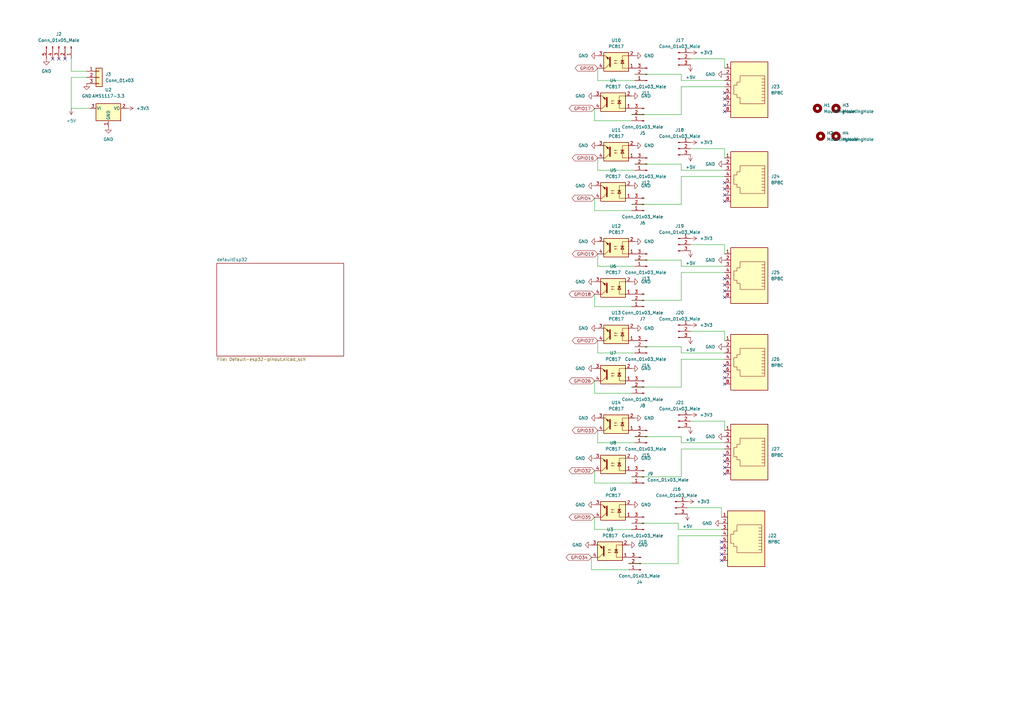
<source format=kicad_sch>
(kicad_sch (version 20211123) (generator eeschema)

  (uuid e63e39d7-6ac0-4ffd-8aa3-1841a4541b55)

  (paper "A3")

  (title_block
    (title "ESP-SensorHub")
    (date "2022-08-29")
    (rev "1.1a")
  )

  (lib_symbols
    (symbol "Connector:8P8C" (pin_names (offset 1.016)) (in_bom yes) (on_board yes)
      (property "Reference" "J" (id 0) (at -5.08 13.97 0)
        (effects (font (size 1.27 1.27)) (justify right))
      )
      (property "Value" "8P8C" (id 1) (at 2.54 13.97 0)
        (effects (font (size 1.27 1.27)) (justify left))
      )
      (property "Footprint" "" (id 2) (at 0 0.635 90)
        (effects (font (size 1.27 1.27)) hide)
      )
      (property "Datasheet" "~" (id 3) (at 0 0.635 90)
        (effects (font (size 1.27 1.27)) hide)
      )
      (property "ki_keywords" "8P8C RJ female connector" (id 4) (at 0 0 0)
        (effects (font (size 1.27 1.27)) hide)
      )
      (property "ki_description" "RJ connector, 8P8C (8 positions 8 connected), RJ31/RJ32/RJ33/RJ34/RJ35/RJ41/RJ45/RJ49/RJ61" (id 5) (at 0 0 0)
        (effects (font (size 1.27 1.27)) hide)
      )
      (property "ki_fp_filters" "8P8C* RJ31* RJ32* RJ33* RJ34* RJ35* RJ41* RJ45* RJ49* RJ61*" (id 6) (at 0 0 0)
        (effects (font (size 1.27 1.27)) hide)
      )
      (symbol "8P8C_0_1"
        (polyline
          (pts
            (xy -5.08 4.445)
            (xy -6.35 4.445)
          )
          (stroke (width 0) (type default) (color 0 0 0 0))
          (fill (type none))
        )
        (polyline
          (pts
            (xy -5.08 5.715)
            (xy -6.35 5.715)
          )
          (stroke (width 0) (type default) (color 0 0 0 0))
          (fill (type none))
        )
        (polyline
          (pts
            (xy -6.35 -3.175)
            (xy -5.08 -3.175)
            (xy -5.08 -3.175)
          )
          (stroke (width 0) (type default) (color 0 0 0 0))
          (fill (type none))
        )
        (polyline
          (pts
            (xy -6.35 -1.905)
            (xy -5.08 -1.905)
            (xy -5.08 -1.905)
          )
          (stroke (width 0) (type default) (color 0 0 0 0))
          (fill (type none))
        )
        (polyline
          (pts
            (xy -6.35 -0.635)
            (xy -5.08 -0.635)
            (xy -5.08 -0.635)
          )
          (stroke (width 0) (type default) (color 0 0 0 0))
          (fill (type none))
        )
        (polyline
          (pts
            (xy -6.35 0.635)
            (xy -5.08 0.635)
            (xy -5.08 0.635)
          )
          (stroke (width 0) (type default) (color 0 0 0 0))
          (fill (type none))
        )
        (polyline
          (pts
            (xy -6.35 1.905)
            (xy -5.08 1.905)
            (xy -5.08 1.905)
          )
          (stroke (width 0) (type default) (color 0 0 0 0))
          (fill (type none))
        )
        (polyline
          (pts
            (xy -5.08 3.175)
            (xy -6.35 3.175)
            (xy -6.35 3.175)
          )
          (stroke (width 0) (type default) (color 0 0 0 0))
          (fill (type none))
        )
        (polyline
          (pts
            (xy -6.35 -4.445)
            (xy -6.35 6.985)
            (xy 3.81 6.985)
            (xy 3.81 4.445)
            (xy 5.08 4.445)
            (xy 5.08 3.175)
            (xy 6.35 3.175)
            (xy 6.35 -0.635)
            (xy 5.08 -0.635)
            (xy 5.08 -1.905)
            (xy 3.81 -1.905)
            (xy 3.81 -4.445)
            (xy -6.35 -4.445)
            (xy -6.35 -4.445)
          )
          (stroke (width 0) (type default) (color 0 0 0 0))
          (fill (type none))
        )
        (rectangle (start 7.62 12.7) (end -7.62 -10.16)
          (stroke (width 0.254) (type default) (color 0 0 0 0))
          (fill (type background))
        )
      )
      (symbol "8P8C_1_1"
        (pin passive line (at 10.16 -7.62 180) (length 2.54)
          (name "~" (effects (font (size 1.27 1.27))))
          (number "1" (effects (font (size 1.27 1.27))))
        )
        (pin passive line (at 10.16 -5.08 180) (length 2.54)
          (name "~" (effects (font (size 1.27 1.27))))
          (number "2" (effects (font (size 1.27 1.27))))
        )
        (pin passive line (at 10.16 -2.54 180) (length 2.54)
          (name "~" (effects (font (size 1.27 1.27))))
          (number "3" (effects (font (size 1.27 1.27))))
        )
        (pin passive line (at 10.16 0 180) (length 2.54)
          (name "~" (effects (font (size 1.27 1.27))))
          (number "4" (effects (font (size 1.27 1.27))))
        )
        (pin passive line (at 10.16 2.54 180) (length 2.54)
          (name "~" (effects (font (size 1.27 1.27))))
          (number "5" (effects (font (size 1.27 1.27))))
        )
        (pin passive line (at 10.16 5.08 180) (length 2.54)
          (name "~" (effects (font (size 1.27 1.27))))
          (number "6" (effects (font (size 1.27 1.27))))
        )
        (pin passive line (at 10.16 7.62 180) (length 2.54)
          (name "~" (effects (font (size 1.27 1.27))))
          (number "7" (effects (font (size 1.27 1.27))))
        )
        (pin passive line (at 10.16 10.16 180) (length 2.54)
          (name "~" (effects (font (size 1.27 1.27))))
          (number "8" (effects (font (size 1.27 1.27))))
        )
      )
    )
    (symbol "Connector:Conn_01x03_Male" (pin_names (offset 1.016) hide) (in_bom yes) (on_board yes)
      (property "Reference" "J" (id 0) (at 0 5.08 0)
        (effects (font (size 1.27 1.27)))
      )
      (property "Value" "Conn_01x03_Male" (id 1) (at 0 -5.08 0)
        (effects (font (size 1.27 1.27)))
      )
      (property "Footprint" "" (id 2) (at 0 0 0)
        (effects (font (size 1.27 1.27)) hide)
      )
      (property "Datasheet" "~" (id 3) (at 0 0 0)
        (effects (font (size 1.27 1.27)) hide)
      )
      (property "ki_keywords" "connector" (id 4) (at 0 0 0)
        (effects (font (size 1.27 1.27)) hide)
      )
      (property "ki_description" "Generic connector, single row, 01x03, script generated (kicad-library-utils/schlib/autogen/connector/)" (id 5) (at 0 0 0)
        (effects (font (size 1.27 1.27)) hide)
      )
      (property "ki_fp_filters" "Connector*:*_1x??_*" (id 6) (at 0 0 0)
        (effects (font (size 1.27 1.27)) hide)
      )
      (symbol "Conn_01x03_Male_1_1"
        (polyline
          (pts
            (xy 1.27 -2.54)
            (xy 0.8636 -2.54)
          )
          (stroke (width 0.1524) (type default) (color 0 0 0 0))
          (fill (type none))
        )
        (polyline
          (pts
            (xy 1.27 0)
            (xy 0.8636 0)
          )
          (stroke (width 0.1524) (type default) (color 0 0 0 0))
          (fill (type none))
        )
        (polyline
          (pts
            (xy 1.27 2.54)
            (xy 0.8636 2.54)
          )
          (stroke (width 0.1524) (type default) (color 0 0 0 0))
          (fill (type none))
        )
        (rectangle (start 0.8636 -2.413) (end 0 -2.667)
          (stroke (width 0.1524) (type default) (color 0 0 0 0))
          (fill (type outline))
        )
        (rectangle (start 0.8636 0.127) (end 0 -0.127)
          (stroke (width 0.1524) (type default) (color 0 0 0 0))
          (fill (type outline))
        )
        (rectangle (start 0.8636 2.667) (end 0 2.413)
          (stroke (width 0.1524) (type default) (color 0 0 0 0))
          (fill (type outline))
        )
        (pin passive line (at 5.08 2.54 180) (length 3.81)
          (name "Pin_1" (effects (font (size 1.27 1.27))))
          (number "1" (effects (font (size 1.27 1.27))))
        )
        (pin passive line (at 5.08 0 180) (length 3.81)
          (name "Pin_2" (effects (font (size 1.27 1.27))))
          (number "2" (effects (font (size 1.27 1.27))))
        )
        (pin passive line (at 5.08 -2.54 180) (length 3.81)
          (name "Pin_3" (effects (font (size 1.27 1.27))))
          (number "3" (effects (font (size 1.27 1.27))))
        )
      )
    )
    (symbol "Connector:Conn_01x05_Male" (pin_names (offset 1.016) hide) (in_bom yes) (on_board yes)
      (property "Reference" "J" (id 0) (at 0 7.62 0)
        (effects (font (size 1.27 1.27)))
      )
      (property "Value" "Conn_01x05_Male" (id 1) (at 0 -7.62 0)
        (effects (font (size 1.27 1.27)))
      )
      (property "Footprint" "" (id 2) (at 0 0 0)
        (effects (font (size 1.27 1.27)) hide)
      )
      (property "Datasheet" "~" (id 3) (at 0 0 0)
        (effects (font (size 1.27 1.27)) hide)
      )
      (property "ki_keywords" "connector" (id 4) (at 0 0 0)
        (effects (font (size 1.27 1.27)) hide)
      )
      (property "ki_description" "Generic connector, single row, 01x05, script generated (kicad-library-utils/schlib/autogen/connector/)" (id 5) (at 0 0 0)
        (effects (font (size 1.27 1.27)) hide)
      )
      (property "ki_fp_filters" "Connector*:*_1x??_*" (id 6) (at 0 0 0)
        (effects (font (size 1.27 1.27)) hide)
      )
      (symbol "Conn_01x05_Male_1_1"
        (polyline
          (pts
            (xy 1.27 -5.08)
            (xy 0.8636 -5.08)
          )
          (stroke (width 0.1524) (type default) (color 0 0 0 0))
          (fill (type none))
        )
        (polyline
          (pts
            (xy 1.27 -2.54)
            (xy 0.8636 -2.54)
          )
          (stroke (width 0.1524) (type default) (color 0 0 0 0))
          (fill (type none))
        )
        (polyline
          (pts
            (xy 1.27 0)
            (xy 0.8636 0)
          )
          (stroke (width 0.1524) (type default) (color 0 0 0 0))
          (fill (type none))
        )
        (polyline
          (pts
            (xy 1.27 2.54)
            (xy 0.8636 2.54)
          )
          (stroke (width 0.1524) (type default) (color 0 0 0 0))
          (fill (type none))
        )
        (polyline
          (pts
            (xy 1.27 5.08)
            (xy 0.8636 5.08)
          )
          (stroke (width 0.1524) (type default) (color 0 0 0 0))
          (fill (type none))
        )
        (rectangle (start 0.8636 -4.953) (end 0 -5.207)
          (stroke (width 0.1524) (type default) (color 0 0 0 0))
          (fill (type outline))
        )
        (rectangle (start 0.8636 -2.413) (end 0 -2.667)
          (stroke (width 0.1524) (type default) (color 0 0 0 0))
          (fill (type outline))
        )
        (rectangle (start 0.8636 0.127) (end 0 -0.127)
          (stroke (width 0.1524) (type default) (color 0 0 0 0))
          (fill (type outline))
        )
        (rectangle (start 0.8636 2.667) (end 0 2.413)
          (stroke (width 0.1524) (type default) (color 0 0 0 0))
          (fill (type outline))
        )
        (rectangle (start 0.8636 5.207) (end 0 4.953)
          (stroke (width 0.1524) (type default) (color 0 0 0 0))
          (fill (type outline))
        )
        (pin passive line (at 5.08 5.08 180) (length 3.81)
          (name "Pin_1" (effects (font (size 1.27 1.27))))
          (number "1" (effects (font (size 1.27 1.27))))
        )
        (pin passive line (at 5.08 2.54 180) (length 3.81)
          (name "Pin_2" (effects (font (size 1.27 1.27))))
          (number "2" (effects (font (size 1.27 1.27))))
        )
        (pin passive line (at 5.08 0 180) (length 3.81)
          (name "Pin_3" (effects (font (size 1.27 1.27))))
          (number "3" (effects (font (size 1.27 1.27))))
        )
        (pin passive line (at 5.08 -2.54 180) (length 3.81)
          (name "Pin_4" (effects (font (size 1.27 1.27))))
          (number "4" (effects (font (size 1.27 1.27))))
        )
        (pin passive line (at 5.08 -5.08 180) (length 3.81)
          (name "Pin_5" (effects (font (size 1.27 1.27))))
          (number "5" (effects (font (size 1.27 1.27))))
        )
      )
    )
    (symbol "Connector_Generic:Conn_01x03" (pin_names (offset 1.016) hide) (in_bom yes) (on_board yes)
      (property "Reference" "J" (id 0) (at 0 5.08 0)
        (effects (font (size 1.27 1.27)))
      )
      (property "Value" "Conn_01x03" (id 1) (at 0 -5.08 0)
        (effects (font (size 1.27 1.27)))
      )
      (property "Footprint" "" (id 2) (at 0 0 0)
        (effects (font (size 1.27 1.27)) hide)
      )
      (property "Datasheet" "~" (id 3) (at 0 0 0)
        (effects (font (size 1.27 1.27)) hide)
      )
      (property "ki_keywords" "connector" (id 4) (at 0 0 0)
        (effects (font (size 1.27 1.27)) hide)
      )
      (property "ki_description" "Generic connector, single row, 01x03, script generated (kicad-library-utils/schlib/autogen/connector/)" (id 5) (at 0 0 0)
        (effects (font (size 1.27 1.27)) hide)
      )
      (property "ki_fp_filters" "Connector*:*_1x??_*" (id 6) (at 0 0 0)
        (effects (font (size 1.27 1.27)) hide)
      )
      (symbol "Conn_01x03_1_1"
        (rectangle (start -1.27 -2.413) (end 0 -2.667)
          (stroke (width 0.1524) (type default) (color 0 0 0 0))
          (fill (type none))
        )
        (rectangle (start -1.27 0.127) (end 0 -0.127)
          (stroke (width 0.1524) (type default) (color 0 0 0 0))
          (fill (type none))
        )
        (rectangle (start -1.27 2.667) (end 0 2.413)
          (stroke (width 0.1524) (type default) (color 0 0 0 0))
          (fill (type none))
        )
        (rectangle (start -1.27 3.81) (end 1.27 -3.81)
          (stroke (width 0.254) (type default) (color 0 0 0 0))
          (fill (type background))
        )
        (pin passive line (at -5.08 2.54 0) (length 3.81)
          (name "Pin_1" (effects (font (size 1.27 1.27))))
          (number "1" (effects (font (size 1.27 1.27))))
        )
        (pin passive line (at -5.08 0 0) (length 3.81)
          (name "Pin_2" (effects (font (size 1.27 1.27))))
          (number "2" (effects (font (size 1.27 1.27))))
        )
        (pin passive line (at -5.08 -2.54 0) (length 3.81)
          (name "Pin_3" (effects (font (size 1.27 1.27))))
          (number "3" (effects (font (size 1.27 1.27))))
        )
      )
    )
    (symbol "Isolator:PC817" (pin_names (offset 1.016)) (in_bom yes) (on_board yes)
      (property "Reference" "U" (id 0) (at -5.08 5.08 0)
        (effects (font (size 1.27 1.27)) (justify left))
      )
      (property "Value" "PC817" (id 1) (at 0 5.08 0)
        (effects (font (size 1.27 1.27)) (justify left))
      )
      (property "Footprint" "Package_DIP:DIP-4_W7.62mm" (id 2) (at -5.08 -5.08 0)
        (effects (font (size 1.27 1.27) italic) (justify left) hide)
      )
      (property "Datasheet" "http://www.soselectronic.cz/a_info/resource/d/pc817.pdf" (id 3) (at 0 0 0)
        (effects (font (size 1.27 1.27)) (justify left) hide)
      )
      (property "ki_keywords" "NPN DC Optocoupler" (id 4) (at 0 0 0)
        (effects (font (size 1.27 1.27)) hide)
      )
      (property "ki_description" "DC Optocoupler, Vce 35V, CTR 50-300%, DIP-4" (id 5) (at 0 0 0)
        (effects (font (size 1.27 1.27)) hide)
      )
      (property "ki_fp_filters" "DIP*W7.62mm*" (id 6) (at 0 0 0)
        (effects (font (size 1.27 1.27)) hide)
      )
      (symbol "PC817_0_1"
        (rectangle (start -5.08 3.81) (end 5.08 -3.81)
          (stroke (width 0.254) (type default) (color 0 0 0 0))
          (fill (type background))
        )
        (polyline
          (pts
            (xy -3.175 -0.635)
            (xy -1.905 -0.635)
          )
          (stroke (width 0.254) (type default) (color 0 0 0 0))
          (fill (type none))
        )
        (polyline
          (pts
            (xy 2.54 0.635)
            (xy 4.445 2.54)
          )
          (stroke (width 0) (type default) (color 0 0 0 0))
          (fill (type none))
        )
        (polyline
          (pts
            (xy 4.445 -2.54)
            (xy 2.54 -0.635)
          )
          (stroke (width 0) (type default) (color 0 0 0 0))
          (fill (type outline))
        )
        (polyline
          (pts
            (xy 4.445 -2.54)
            (xy 5.08 -2.54)
          )
          (stroke (width 0) (type default) (color 0 0 0 0))
          (fill (type none))
        )
        (polyline
          (pts
            (xy 4.445 2.54)
            (xy 5.08 2.54)
          )
          (stroke (width 0) (type default) (color 0 0 0 0))
          (fill (type none))
        )
        (polyline
          (pts
            (xy -5.08 2.54)
            (xy -2.54 2.54)
            (xy -2.54 -0.635)
          )
          (stroke (width 0) (type default) (color 0 0 0 0))
          (fill (type none))
        )
        (polyline
          (pts
            (xy -2.54 -0.635)
            (xy -2.54 -2.54)
            (xy -5.08 -2.54)
          )
          (stroke (width 0) (type default) (color 0 0 0 0))
          (fill (type none))
        )
        (polyline
          (pts
            (xy 2.54 1.905)
            (xy 2.54 -1.905)
            (xy 2.54 -1.905)
          )
          (stroke (width 0.508) (type default) (color 0 0 0 0))
          (fill (type none))
        )
        (polyline
          (pts
            (xy -2.54 -0.635)
            (xy -3.175 0.635)
            (xy -1.905 0.635)
            (xy -2.54 -0.635)
          )
          (stroke (width 0.254) (type default) (color 0 0 0 0))
          (fill (type none))
        )
        (polyline
          (pts
            (xy -0.508 -0.508)
            (xy 0.762 -0.508)
            (xy 0.381 -0.635)
            (xy 0.381 -0.381)
            (xy 0.762 -0.508)
          )
          (stroke (width 0) (type default) (color 0 0 0 0))
          (fill (type none))
        )
        (polyline
          (pts
            (xy -0.508 0.508)
            (xy 0.762 0.508)
            (xy 0.381 0.381)
            (xy 0.381 0.635)
            (xy 0.762 0.508)
          )
          (stroke (width 0) (type default) (color 0 0 0 0))
          (fill (type none))
        )
        (polyline
          (pts
            (xy 3.048 -1.651)
            (xy 3.556 -1.143)
            (xy 4.064 -2.159)
            (xy 3.048 -1.651)
            (xy 3.048 -1.651)
          )
          (stroke (width 0) (type default) (color 0 0 0 0))
          (fill (type outline))
        )
      )
      (symbol "PC817_1_1"
        (pin passive line (at -7.62 2.54 0) (length 2.54)
          (name "~" (effects (font (size 1.27 1.27))))
          (number "1" (effects (font (size 1.27 1.27))))
        )
        (pin passive line (at -7.62 -2.54 0) (length 2.54)
          (name "~" (effects (font (size 1.27 1.27))))
          (number "2" (effects (font (size 1.27 1.27))))
        )
        (pin passive line (at 7.62 -2.54 180) (length 2.54)
          (name "~" (effects (font (size 1.27 1.27))))
          (number "3" (effects (font (size 1.27 1.27))))
        )
        (pin passive line (at 7.62 2.54 180) (length 2.54)
          (name "~" (effects (font (size 1.27 1.27))))
          (number "4" (effects (font (size 1.27 1.27))))
        )
      )
    )
    (symbol "Mechanical:MountingHole" (pin_names (offset 1.016)) (in_bom yes) (on_board yes)
      (property "Reference" "H" (id 0) (at 0 5.08 0)
        (effects (font (size 1.27 1.27)))
      )
      (property "Value" "MountingHole" (id 1) (at 0 3.175 0)
        (effects (font (size 1.27 1.27)))
      )
      (property "Footprint" "" (id 2) (at 0 0 0)
        (effects (font (size 1.27 1.27)) hide)
      )
      (property "Datasheet" "~" (id 3) (at 0 0 0)
        (effects (font (size 1.27 1.27)) hide)
      )
      (property "ki_keywords" "mounting hole" (id 4) (at 0 0 0)
        (effects (font (size 1.27 1.27)) hide)
      )
      (property "ki_description" "Mounting Hole without connection" (id 5) (at 0 0 0)
        (effects (font (size 1.27 1.27)) hide)
      )
      (property "ki_fp_filters" "MountingHole*" (id 6) (at 0 0 0)
        (effects (font (size 1.27 1.27)) hide)
      )
      (symbol "MountingHole_0_1"
        (circle (center 0 0) (radius 1.27)
          (stroke (width 1.27) (type default) (color 0 0 0 0))
          (fill (type none))
        )
      )
    )
    (symbol "Regulator_Linear:AMS1117-3.3" (pin_names (offset 0.254)) (in_bom yes) (on_board yes)
      (property "Reference" "U" (id 0) (at -3.81 3.175 0)
        (effects (font (size 1.27 1.27)))
      )
      (property "Value" "AMS1117-3.3" (id 1) (at 0 3.175 0)
        (effects (font (size 1.27 1.27)) (justify left))
      )
      (property "Footprint" "Package_TO_SOT_SMD:SOT-223-3_TabPin2" (id 2) (at 0 5.08 0)
        (effects (font (size 1.27 1.27)) hide)
      )
      (property "Datasheet" "http://www.advanced-monolithic.com/pdf/ds1117.pdf" (id 3) (at 2.54 -6.35 0)
        (effects (font (size 1.27 1.27)) hide)
      )
      (property "ki_keywords" "linear regulator ldo fixed positive" (id 4) (at 0 0 0)
        (effects (font (size 1.27 1.27)) hide)
      )
      (property "ki_description" "1A Low Dropout regulator, positive, 3.3V fixed output, SOT-223" (id 5) (at 0 0 0)
        (effects (font (size 1.27 1.27)) hide)
      )
      (property "ki_fp_filters" "SOT?223*TabPin2*" (id 6) (at 0 0 0)
        (effects (font (size 1.27 1.27)) hide)
      )
      (symbol "AMS1117-3.3_0_1"
        (rectangle (start -5.08 -5.08) (end 5.08 1.905)
          (stroke (width 0.254) (type default) (color 0 0 0 0))
          (fill (type background))
        )
      )
      (symbol "AMS1117-3.3_1_1"
        (pin power_in line (at 0 -7.62 90) (length 2.54)
          (name "GND" (effects (font (size 1.27 1.27))))
          (number "1" (effects (font (size 1.27 1.27))))
        )
        (pin power_out line (at 7.62 0 180) (length 2.54)
          (name "VO" (effects (font (size 1.27 1.27))))
          (number "2" (effects (font (size 1.27 1.27))))
        )
        (pin power_in line (at -7.62 0 0) (length 2.54)
          (name "VI" (effects (font (size 1.27 1.27))))
          (number "3" (effects (font (size 1.27 1.27))))
        )
      )
    )
    (symbol "power:+3.3V" (power) (pin_names (offset 0)) (in_bom yes) (on_board yes)
      (property "Reference" "#PWR" (id 0) (at 0 -3.81 0)
        (effects (font (size 1.27 1.27)) hide)
      )
      (property "Value" "+3.3V" (id 1) (at 0 3.556 0)
        (effects (font (size 1.27 1.27)))
      )
      (property "Footprint" "" (id 2) (at 0 0 0)
        (effects (font (size 1.27 1.27)) hide)
      )
      (property "Datasheet" "" (id 3) (at 0 0 0)
        (effects (font (size 1.27 1.27)) hide)
      )
      (property "ki_keywords" "power-flag" (id 4) (at 0 0 0)
        (effects (font (size 1.27 1.27)) hide)
      )
      (property "ki_description" "Power symbol creates a global label with name \"+3.3V\"" (id 5) (at 0 0 0)
        (effects (font (size 1.27 1.27)) hide)
      )
      (symbol "+3.3V_0_1"
        (polyline
          (pts
            (xy -0.762 1.27)
            (xy 0 2.54)
          )
          (stroke (width 0) (type default) (color 0 0 0 0))
          (fill (type none))
        )
        (polyline
          (pts
            (xy 0 0)
            (xy 0 2.54)
          )
          (stroke (width 0) (type default) (color 0 0 0 0))
          (fill (type none))
        )
        (polyline
          (pts
            (xy 0 2.54)
            (xy 0.762 1.27)
          )
          (stroke (width 0) (type default) (color 0 0 0 0))
          (fill (type none))
        )
      )
      (symbol "+3.3V_1_1"
        (pin power_in line (at 0 0 90) (length 0) hide
          (name "+3V3" (effects (font (size 1.27 1.27))))
          (number "1" (effects (font (size 1.27 1.27))))
        )
      )
    )
    (symbol "power:+5V" (power) (pin_names (offset 0)) (in_bom yes) (on_board yes)
      (property "Reference" "#PWR" (id 0) (at 0 -3.81 0)
        (effects (font (size 1.27 1.27)) hide)
      )
      (property "Value" "+5V" (id 1) (at 0 3.556 0)
        (effects (font (size 1.27 1.27)))
      )
      (property "Footprint" "" (id 2) (at 0 0 0)
        (effects (font (size 1.27 1.27)) hide)
      )
      (property "Datasheet" "" (id 3) (at 0 0 0)
        (effects (font (size 1.27 1.27)) hide)
      )
      (property "ki_keywords" "power-flag" (id 4) (at 0 0 0)
        (effects (font (size 1.27 1.27)) hide)
      )
      (property "ki_description" "Power symbol creates a global label with name \"+5V\"" (id 5) (at 0 0 0)
        (effects (font (size 1.27 1.27)) hide)
      )
      (symbol "+5V_0_1"
        (polyline
          (pts
            (xy -0.762 1.27)
            (xy 0 2.54)
          )
          (stroke (width 0) (type default) (color 0 0 0 0))
          (fill (type none))
        )
        (polyline
          (pts
            (xy 0 0)
            (xy 0 2.54)
          )
          (stroke (width 0) (type default) (color 0 0 0 0))
          (fill (type none))
        )
        (polyline
          (pts
            (xy 0 2.54)
            (xy 0.762 1.27)
          )
          (stroke (width 0) (type default) (color 0 0 0 0))
          (fill (type none))
        )
      )
      (symbol "+5V_1_1"
        (pin power_in line (at 0 0 90) (length 0) hide
          (name "+5V" (effects (font (size 1.27 1.27))))
          (number "1" (effects (font (size 1.27 1.27))))
        )
      )
    )
    (symbol "power:GND" (power) (pin_names (offset 0)) (in_bom yes) (on_board yes)
      (property "Reference" "#PWR" (id 0) (at 0 -6.35 0)
        (effects (font (size 1.27 1.27)) hide)
      )
      (property "Value" "GND" (id 1) (at 0 -3.81 0)
        (effects (font (size 1.27 1.27)))
      )
      (property "Footprint" "" (id 2) (at 0 0 0)
        (effects (font (size 1.27 1.27)) hide)
      )
      (property "Datasheet" "" (id 3) (at 0 0 0)
        (effects (font (size 1.27 1.27)) hide)
      )
      (property "ki_keywords" "power-flag" (id 4) (at 0 0 0)
        (effects (font (size 1.27 1.27)) hide)
      )
      (property "ki_description" "Power symbol creates a global label with name \"GND\" , ground" (id 5) (at 0 0 0)
        (effects (font (size 1.27 1.27)) hide)
      )
      (symbol "GND_0_1"
        (polyline
          (pts
            (xy 0 0)
            (xy 0 -1.27)
            (xy 1.27 -1.27)
            (xy 0 -2.54)
            (xy -1.27 -1.27)
            (xy 0 -1.27)
          )
          (stroke (width 0) (type default) (color 0 0 0 0))
          (fill (type none))
        )
      )
      (symbol "GND_1_1"
        (pin power_in line (at 0 0 270) (length 0) hide
          (name "GND" (effects (font (size 1.27 1.27))))
          (number "1" (effects (font (size 1.27 1.27))))
        )
      )
    )
  )


  (no_connect (at 297.18 38.1) (uuid 03a34de4-9d07-43bc-85dc-16658c7b9957))
  (no_connect (at 297.18 40.64) (uuid 0a3cc836-b244-4f2d-af04-903a5e02bdbb))
  (no_connect (at 297.18 77.47) (uuid 1d8a6bb6-5a25-4264-b8d8-ea50dfb93492))
  (no_connect (at 297.18 154.94) (uuid 22b6b907-a60c-46b2-9d3d-e62fe9301b71))
  (no_connect (at 297.18 191.77) (uuid 2489d740-5449-4cf4-84a7-cd4b06033f52))
  (no_connect (at 297.18 74.93) (uuid 264c8a75-dd51-472d-a102-f8df1edd3e78))
  (no_connect (at 297.18 116.84) (uuid 289d248e-174b-4259-9fc4-9fe62e0ae880))
  (no_connect (at 297.18 152.4) (uuid 29307022-c75f-40bb-817d-b0a28a30cff7))
  (no_connect (at 297.18 45.72) (uuid 2a22f664-bc05-465e-a6f0-835fa3d284af))
  (no_connect (at 297.18 119.38) (uuid 2b55da16-9ca4-4207-a586-b12dacc1694a))
  (no_connect (at 295.91 222.25) (uuid 394a341a-246c-4a05-8a1d-17b3cca061c1))
  (no_connect (at 297.18 80.01) (uuid 43f307e9-42af-4eef-bce1-f10484009a9a))
  (no_connect (at 297.18 186.69) (uuid 4da569d5-36e1-49c4-86e2-21a43c3b1068))
  (no_connect (at 297.18 189.23) (uuid 59f09ca3-c931-434c-ab3c-9e0dcdaa0377))
  (no_connect (at 24.13 24.13) (uuid 719e9625-c0e8-479c-bc5c-c99933172a7a))
  (no_connect (at 297.18 157.48) (uuid 7e564d61-a4ad-4f0b-9091-8b24d850a970))
  (no_connect (at 295.91 224.79) (uuid 88a6e538-9d1a-49b8-ab36-7dea012c2645))
  (no_connect (at 297.18 194.31) (uuid 93561ec3-14b5-43c5-889a-13867730fd96))
  (no_connect (at 297.18 149.86) (uuid 9a46cff1-a5f4-4ea0-92b7-ac7567c976a1))
  (no_connect (at 295.91 227.33) (uuid abe5fdad-f481-4ed0-a147-68c92407210b))
  (no_connect (at 297.18 82.55) (uuid cda941ca-a0f2-47ba-93b0-0c90079e4ed0))
  (no_connect (at 297.18 121.92) (uuid d90e6e01-a8d1-49a3-a36e-be7ef12f26b4))
  (no_connect (at 26.67 24.13) (uuid e1020c2c-7850-4589-86fe-c99e775cde56))
  (no_connect (at 21.59 24.13) (uuid e1020c2c-7850-4589-86fe-c99e775cde57))
  (no_connect (at 295.91 229.87) (uuid e7d6b1e7-8014-4acc-b4a6-20e204156496))
  (no_connect (at 297.18 114.3) (uuid eb090ff2-5448-47b0-b412-c734d1107775))
  (no_connect (at 297.18 43.18) (uuid ef887241-1994-4ccf-b0ef-d66da4a20a68))

  (wire (pts (xy 279.4 184.15) (xy 297.18 184.15))
    (stroke (width 0) (type default) (color 0 0 0 0))
    (uuid 02b9e2f1-da1a-4181-a36a-88f4410872ae)
  )
  (wire (pts (xy 260.35 181.61) (xy 245.11 181.61))
    (stroke (width 0) (type default) (color 0 0 0 0))
    (uuid 0383f4a7-e77e-4b01-b3d2-3123371f7d52)
  )
  (wire (pts (xy 259.08 214.63) (xy 278.13 214.63))
    (stroke (width 0) (type default) (color 0 0 0 0))
    (uuid 0847cf6a-19f7-4e03-84c9-a07149344c4b)
  )
  (wire (pts (xy 278.13 231.14) (xy 257.81 231.14))
    (stroke (width 0) (type default) (color 0 0 0 0))
    (uuid 088570c6-814a-49c4-9813-231c1f831008)
  )
  (wire (pts (xy 29.21 29.21) (xy 35.56 29.21))
    (stroke (width 0) (type default) (color 0 0 0 0))
    (uuid 0cdf34be-b1c6-4c8e-9927-939eb03050e9)
  )
  (wire (pts (xy 295.91 208.28) (xy 295.91 212.09))
    (stroke (width 0) (type default) (color 0 0 0 0))
    (uuid 11740543-c278-4ee2-b3e7-8def62a97963)
  )
  (wire (pts (xy 279.4 123.19) (xy 259.08 123.19))
    (stroke (width 0) (type default) (color 0 0 0 0))
    (uuid 11d9a292-bb99-4852-be3a-99abc7acbe52)
  )
  (wire (pts (xy 259.08 125.73) (xy 243.84 125.73))
    (stroke (width 0) (type default) (color 0 0 0 0))
    (uuid 1246434b-f948-460e-ae8e-efd736c7e3c9)
  )
  (wire (pts (xy 245.11 33.02) (xy 245.11 27.94))
    (stroke (width 0) (type default) (color 0 0 0 0))
    (uuid 161dcc56-14c8-40a5-8ea5-8a83b6d39d6c)
  )
  (wire (pts (xy 259.08 161.29) (xy 243.84 161.29))
    (stroke (width 0) (type default) (color 0 0 0 0))
    (uuid 16622fef-b6a3-482e-a9cf-7f23e8114a9c)
  )
  (wire (pts (xy 297.18 100.33) (xy 297.18 104.14))
    (stroke (width 0) (type default) (color 0 0 0 0))
    (uuid 16c3a29d-fde7-4f42-8826-c0e42dcb361f)
  )
  (wire (pts (xy 243.84 125.73) (xy 243.84 120.65))
    (stroke (width 0) (type default) (color 0 0 0 0))
    (uuid 16fc9341-3257-484b-a8fe-bee4cc49e1b9)
  )
  (wire (pts (xy 279.4 181.61) (xy 297.18 181.61))
    (stroke (width 0) (type default) (color 0 0 0 0))
    (uuid 1d2e3df4-c5b0-436f-bda7-d10422d75d92)
  )
  (wire (pts (xy 260.35 67.31) (xy 279.4 67.31))
    (stroke (width 0) (type default) (color 0 0 0 0))
    (uuid 1f7ac25f-7813-4ae3-bd9e-8955284b3f81)
  )
  (wire (pts (xy 260.35 142.24) (xy 279.4 142.24))
    (stroke (width 0) (type default) (color 0 0 0 0))
    (uuid 1fb67402-ff25-4138-a148-77e7e6eb0e38)
  )
  (wire (pts (xy 278.13 217.17) (xy 295.91 217.17))
    (stroke (width 0) (type default) (color 0 0 0 0))
    (uuid 22a0cb41-c88d-46b1-ade7-e4cb454db678)
  )
  (wire (pts (xy 245.11 109.22) (xy 245.11 104.14))
    (stroke (width 0) (type default) (color 0 0 0 0))
    (uuid 2456c9c6-5171-4b07-835c-b02a0818f34c)
  )
  (wire (pts (xy 257.81 233.68) (xy 242.57 233.68))
    (stroke (width 0) (type default) (color 0 0 0 0))
    (uuid 2f131b2d-9282-4649-9e06-1ced8ccb7db7)
  )
  (wire (pts (xy 29.21 44.45) (xy 36.83 44.45))
    (stroke (width 0) (type default) (color 0 0 0 0))
    (uuid 37df9091-6fa1-49bd-a5a1-5bc9f5e3a302)
  )
  (wire (pts (xy 260.35 30.48) (xy 279.4 30.48))
    (stroke (width 0) (type default) (color 0 0 0 0))
    (uuid 388bc2da-de83-486b-b593-6439aaa307ae)
  )
  (wire (pts (xy 279.4 72.39) (xy 279.4 83.82))
    (stroke (width 0) (type default) (color 0 0 0 0))
    (uuid 39d3051d-0018-4716-9f79-0c4cde063d0d)
  )
  (wire (pts (xy 279.4 109.22) (xy 297.18 109.22))
    (stroke (width 0) (type default) (color 0 0 0 0))
    (uuid 3a8716e5-aff2-423d-827b-0ba24bcb0b6e)
  )
  (wire (pts (xy 278.13 219.71) (xy 295.91 219.71))
    (stroke (width 0) (type default) (color 0 0 0 0))
    (uuid 3f117e90-cb6d-4f51-813a-a4185e0a9ee8)
  )
  (wire (pts (xy 259.08 49.53) (xy 243.84 49.53))
    (stroke (width 0) (type default) (color 0 0 0 0))
    (uuid 4006033f-d02c-48d7-b155-46df4a16095b)
  )
  (wire (pts (xy 279.4 35.56) (xy 297.18 35.56))
    (stroke (width 0) (type default) (color 0 0 0 0))
    (uuid 40b55058-a6ce-4d97-9eb7-6a009aa75094)
  )
  (wire (pts (xy 259.08 195.58) (xy 279.4 195.58))
    (stroke (width 0) (type default) (color 0 0 0 0))
    (uuid 410b379a-e574-4e61-9732-34dacd84c23f)
  )
  (wire (pts (xy 35.56 31.75) (xy 29.21 31.75))
    (stroke (width 0) (type default) (color 0 0 0 0))
    (uuid 41cf36ef-4cb2-4761-ba93-5e20dd113ac0)
  )
  (wire (pts (xy 243.84 44.45) (xy 243.84 49.53))
    (stroke (width 0) (type default) (color 0 0 0 0))
    (uuid 440a8a3f-f219-4a98-a6c1-d35cb9c9b6ac)
  )
  (wire (pts (xy 260.35 179.07) (xy 279.4 179.07))
    (stroke (width 0) (type default) (color 0 0 0 0))
    (uuid 49b61fd6-b7f1-49de-bd5f-e2ad418c58db)
  )
  (wire (pts (xy 279.4 111.76) (xy 279.4 123.19))
    (stroke (width 0) (type default) (color 0 0 0 0))
    (uuid 4c204754-d123-42c0-8f37-bb878acd0505)
  )
  (wire (pts (xy 260.35 106.68) (xy 279.4 106.68))
    (stroke (width 0) (type default) (color 0 0 0 0))
    (uuid 4e7a7da6-6527-4ad2-b03c-54594ee7778e)
  )
  (wire (pts (xy 279.4 30.48) (xy 279.4 33.02))
    (stroke (width 0) (type default) (color 0 0 0 0))
    (uuid 4eeb7c5d-e4de-45df-859c-1434145959bd)
  )
  (wire (pts (xy 243.84 198.12) (xy 243.84 193.04))
    (stroke (width 0) (type default) (color 0 0 0 0))
    (uuid 6430b6d5-ada4-4f9e-898c-6bd27d20a619)
  )
  (wire (pts (xy 279.4 35.56) (xy 279.4 46.99))
    (stroke (width 0) (type default) (color 0 0 0 0))
    (uuid 65e8b71c-cfb9-416f-9c0e-29ad36b80ae5)
  )
  (wire (pts (xy 243.84 161.29) (xy 243.84 156.21))
    (stroke (width 0) (type default) (color 0 0 0 0))
    (uuid 677cf045-3965-4be5-bae1-d114046aadb1)
  )
  (wire (pts (xy 259.08 198.12) (xy 243.84 198.12))
    (stroke (width 0) (type default) (color 0 0 0 0))
    (uuid 6ee781e9-fb6b-4d14-8d87-fb176878d3ce)
  )
  (wire (pts (xy 297.18 60.96) (xy 283.21 60.96))
    (stroke (width 0) (type default) (color 0 0 0 0))
    (uuid 6f6c7c82-6431-4272-92e9-6db973f64c2e)
  )
  (wire (pts (xy 279.4 179.07) (xy 279.4 181.61))
    (stroke (width 0) (type default) (color 0 0 0 0))
    (uuid 7145a28f-4f96-41b5-8ecb-9a9bd394f551)
  )
  (wire (pts (xy 279.4 46.99) (xy 259.08 46.99))
    (stroke (width 0) (type default) (color 0 0 0 0))
    (uuid 723e4282-853c-413a-8eca-b785511bdf5d)
  )
  (wire (pts (xy 279.4 111.76) (xy 297.18 111.76))
    (stroke (width 0) (type default) (color 0 0 0 0))
    (uuid 76929e05-8c23-428b-83f9-5deabd125012)
  )
  (wire (pts (xy 260.35 69.85) (xy 245.11 69.85))
    (stroke (width 0) (type default) (color 0 0 0 0))
    (uuid 7693c0bf-944f-4e65-a0a6-6a414a18462f)
  )
  (wire (pts (xy 279.4 184.15) (xy 279.4 195.58))
    (stroke (width 0) (type default) (color 0 0 0 0))
    (uuid 7b9b8fec-1d05-41ef-ab19-50c043158f85)
  )
  (wire (pts (xy 297.18 24.13) (xy 283.21 24.13))
    (stroke (width 0) (type default) (color 0 0 0 0))
    (uuid 7d1ba8e5-fa7b-40e3-8f49-913db57614f5)
  )
  (wire (pts (xy 278.13 219.71) (xy 278.13 231.14))
    (stroke (width 0) (type default) (color 0 0 0 0))
    (uuid 7d9dfeff-3069-4d27-bb42-f3b2b130e090)
  )
  (wire (pts (xy 260.35 109.22) (xy 245.11 109.22))
    (stroke (width 0) (type default) (color 0 0 0 0))
    (uuid 7db75960-38e5-471d-bc07-153067ca121c)
  )
  (wire (pts (xy 297.18 60.96) (xy 297.18 64.77))
    (stroke (width 0) (type default) (color 0 0 0 0))
    (uuid 7fc5908d-e8ef-4af2-8869-e809552d0759)
  )
  (wire (pts (xy 245.11 144.78) (xy 260.35 144.78))
    (stroke (width 0) (type default) (color 0 0 0 0))
    (uuid 87b18632-1df0-4613-8060-cc8632f1710a)
  )
  (wire (pts (xy 297.18 172.72) (xy 283.21 172.72))
    (stroke (width 0) (type default) (color 0 0 0 0))
    (uuid 8daa27f9-710b-4247-ab82-6ebce62f795f)
  )
  (wire (pts (xy 297.18 24.13) (xy 297.18 27.94))
    (stroke (width 0) (type default) (color 0 0 0 0))
    (uuid 8f6848f4-041b-412d-b19c-5cb41d6c9bc1)
  )
  (wire (pts (xy 260.35 33.02) (xy 245.11 33.02))
    (stroke (width 0) (type default) (color 0 0 0 0))
    (uuid 8f7eb312-bd2b-4f96-972d-9e53b4053018)
  )
  (wire (pts (xy 279.4 33.02) (xy 297.18 33.02))
    (stroke (width 0) (type default) (color 0 0 0 0))
    (uuid 92e8b76c-b400-4a78-8f47-2c96d7ee5aed)
  )
  (wire (pts (xy 297.18 135.89) (xy 283.21 135.89))
    (stroke (width 0) (type default) (color 0 0 0 0))
    (uuid 97f5f1e6-8383-4e4c-9003-9a45d8b946b2)
  )
  (wire (pts (xy 279.4 144.78) (xy 297.18 144.78))
    (stroke (width 0) (type default) (color 0 0 0 0))
    (uuid 9855befb-4636-4c6e-8687-890b4b48f865)
  )
  (wire (pts (xy 297.18 100.33) (xy 283.21 100.33))
    (stroke (width 0) (type default) (color 0 0 0 0))
    (uuid 9a60d9a6-3d23-4330-b6ae-d180ad237d20)
  )
  (wire (pts (xy 297.18 135.89) (xy 297.18 139.7))
    (stroke (width 0) (type default) (color 0 0 0 0))
    (uuid a0890677-9628-4edb-bd34-6cfb5381cb64)
  )
  (wire (pts (xy 243.84 217.17) (xy 243.84 212.09))
    (stroke (width 0) (type default) (color 0 0 0 0))
    (uuid a0bdd14c-6d90-46f2-9f5f-77e0d7d7287c)
  )
  (wire (pts (xy 279.4 147.32) (xy 279.4 158.75))
    (stroke (width 0) (type default) (color 0 0 0 0))
    (uuid a1c557ae-7101-4143-9b04-1527fe1e2db5)
  )
  (wire (pts (xy 245.11 144.78) (xy 245.11 139.7))
    (stroke (width 0) (type default) (color 0 0 0 0))
    (uuid a35cbe7b-1ed3-45cf-9398-74a9ff088aef)
  )
  (wire (pts (xy 295.91 208.28) (xy 281.94 208.28))
    (stroke (width 0) (type default) (color 0 0 0 0))
    (uuid a4bfd26f-54f9-4729-b74c-a6d8a771bb1a)
  )
  (wire (pts (xy 279.4 83.82) (xy 259.08 83.82))
    (stroke (width 0) (type default) (color 0 0 0 0))
    (uuid af0c55b8-35fa-4825-b73f-83719ca79d1d)
  )
  (wire (pts (xy 279.4 72.39) (xy 297.18 72.39))
    (stroke (width 0) (type default) (color 0 0 0 0))
    (uuid b61e6c51-85f5-4d12-8ae0-87efbecc2467)
  )
  (wire (pts (xy 279.4 158.75) (xy 259.08 158.75))
    (stroke (width 0) (type default) (color 0 0 0 0))
    (uuid b83a6752-a6af-4822-a633-49539fad9432)
  )
  (wire (pts (xy 297.18 172.72) (xy 297.18 176.53))
    (stroke (width 0) (type default) (color 0 0 0 0))
    (uuid ba161a8e-431a-440b-82c4-edf3232ace33)
  )
  (wire (pts (xy 279.4 69.85) (xy 297.18 69.85))
    (stroke (width 0) (type default) (color 0 0 0 0))
    (uuid c1aa2162-8059-4a2b-bbc9-8ff987960b82)
  )
  (wire (pts (xy 278.13 214.63) (xy 278.13 217.17))
    (stroke (width 0) (type default) (color 0 0 0 0))
    (uuid c419f303-ac8b-429e-aa6d-67d06728cd97)
  )
  (wire (pts (xy 242.57 233.68) (xy 242.57 228.6))
    (stroke (width 0) (type default) (color 0 0 0 0))
    (uuid c7508ef7-cf7f-4345-848a-9296ec5947c8)
  )
  (wire (pts (xy 279.4 142.24) (xy 279.4 144.78))
    (stroke (width 0) (type default) (color 0 0 0 0))
    (uuid c87b8494-1393-4ef2-b25b-4601c9da188d)
  )
  (wire (pts (xy 245.11 181.61) (xy 245.11 176.53))
    (stroke (width 0) (type default) (color 0 0 0 0))
    (uuid d292a257-990d-4040-bcf4-d801c25c916f)
  )
  (wire (pts (xy 279.4 106.68) (xy 279.4 109.22))
    (stroke (width 0) (type default) (color 0 0 0 0))
    (uuid d38f4767-adc6-4f5c-bef5-8b07b4f94d6e)
  )
  (wire (pts (xy 29.21 24.13) (xy 29.21 29.21))
    (stroke (width 0) (type default) (color 0 0 0 0))
    (uuid d48e1fb0-2d5c-419c-8722-73cd8fb0df85)
  )
  (wire (pts (xy 259.08 86.36) (xy 243.84 86.36))
    (stroke (width 0) (type default) (color 0 0 0 0))
    (uuid df62f24c-9324-453a-93da-ee61bcea88b4)
  )
  (wire (pts (xy 29.21 31.75) (xy 29.21 44.45))
    (stroke (width 0) (type default) (color 0 0 0 0))
    (uuid e4ec8783-d1cd-4629-afe2-40060eda0bf1)
  )
  (wire (pts (xy 245.11 64.77) (xy 245.11 69.85))
    (stroke (width 0) (type default) (color 0 0 0 0))
    (uuid f290fd90-77a2-4c92-9b3b-978ca5c793f3)
  )
  (wire (pts (xy 279.4 147.32) (xy 297.18 147.32))
    (stroke (width 0) (type default) (color 0 0 0 0))
    (uuid f4918a1d-4497-4702-a3b5-e2095a7f2802)
  )
  (wire (pts (xy 243.84 86.36) (xy 243.84 81.28))
    (stroke (width 0) (type default) (color 0 0 0 0))
    (uuid fab92457-952a-4f17-85ab-30d447bc5a89)
  )
  (wire (pts (xy 279.4 67.31) (xy 279.4 69.85))
    (stroke (width 0) (type default) (color 0 0 0 0))
    (uuid fb790c80-b93a-496b-b4b9-0deff304ccbf)
  )
  (wire (pts (xy 259.08 217.17) (xy 243.84 217.17))
    (stroke (width 0) (type default) (color 0 0 0 0))
    (uuid fcffa3f5-ddc3-4311-a493-676dbcd2baab)
  )

  (global_label "GPIO26" (shape bidirectional) (at 243.84 156.21 180) (fields_autoplaced)
    (effects (font (size 1.27 1.27)) (justify right))
    (uuid 12f85925-a990-4f9b-90f6-c3cc71d8ee86)
    (property "Intersheet References" "${INTERSHEET_REFS}" (id 0) (at 234.5326 156.1306 0)
      (effects (font (size 1.27 1.27)) (justify right) hide)
    )
  )
  (global_label "GPIO18" (shape bidirectional) (at 243.84 120.65 180) (fields_autoplaced)
    (effects (font (size 1.27 1.27)) (justify right))
    (uuid 1a8ed717-b00f-4719-b560-7a34b0e2f2c6)
    (property "Intersheet References" "${INTERSHEET_REFS}" (id 0) (at 234.5326 120.5706 0)
      (effects (font (size 1.27 1.27)) (justify right) hide)
    )
  )
  (global_label "GPIO17" (shape bidirectional) (at 243.84 44.45 180) (fields_autoplaced)
    (effects (font (size 1.27 1.27)) (justify right))
    (uuid 267a25d7-210e-4cea-97cc-376143238760)
    (property "Intersheet References" "${INTERSHEET_REFS}" (id 0) (at 234.5326 44.3706 0)
      (effects (font (size 1.27 1.27)) (justify right) hide)
    )
  )
  (global_label "GPIO33" (shape bidirectional) (at 245.11 176.53 180) (fields_autoplaced)
    (effects (font (size 1.27 1.27)) (justify right))
    (uuid 78942fe1-5cda-4df2-9524-2aff5c25db85)
    (property "Intersheet References" "${INTERSHEET_REFS}" (id 0) (at 235.8026 176.4506 0)
      (effects (font (size 1.27 1.27)) (justify right) hide)
    )
  )
  (global_label "GPIO5" (shape bidirectional) (at 245.11 27.94 180) (fields_autoplaced)
    (effects (font (size 1.27 1.27)) (justify right))
    (uuid 8818c635-7a09-4f0a-82aa-2d1c374bdf44)
    (property "Intersheet References" "${INTERSHEET_REFS}" (id 0) (at 237.0121 27.8606 0)
      (effects (font (size 1.27 1.27)) (justify right) hide)
    )
  )
  (global_label "GPIO4" (shape bidirectional) (at 243.84 81.28 180) (fields_autoplaced)
    (effects (font (size 1.27 1.27)) (justify right))
    (uuid 8832d19e-db91-4180-b4ca-84e78d65c34e)
    (property "Intersheet References" "${INTERSHEET_REFS}" (id 0) (at 235.7421 81.2006 0)
      (effects (font (size 1.27 1.27)) (justify right) hide)
    )
  )
  (global_label "GPIO32" (shape bidirectional) (at 243.84 193.04 180) (fields_autoplaced)
    (effects (font (size 1.27 1.27)) (justify right))
    (uuid aa4a3172-3671-4a5e-80bd-a2f11a61ffd2)
    (property "Intersheet References" "${INTERSHEET_REFS}" (id 0) (at 234.5326 192.9606 0)
      (effects (font (size 1.27 1.27)) (justify right) hide)
    )
  )
  (global_label "GPIO35" (shape bidirectional) (at 243.84 212.09 180) (fields_autoplaced)
    (effects (font (size 1.27 1.27)) (justify right))
    (uuid b08c02ff-9ffc-4d8f-ae25-c6b6901b782c)
    (property "Intersheet References" "${INTERSHEET_REFS}" (id 0) (at 234.5326 212.0106 0)
      (effects (font (size 1.27 1.27)) (justify right) hide)
    )
  )
  (global_label "GPIO34" (shape bidirectional) (at 242.57 228.6 180) (fields_autoplaced)
    (effects (font (size 1.27 1.27)) (justify right))
    (uuid d1ad97e4-6589-4940-8dba-03fd951c3550)
    (property "Intersheet References" "${INTERSHEET_REFS}" (id 0) (at 233.2626 228.5206 0)
      (effects (font (size 1.27 1.27)) (justify right) hide)
    )
  )
  (global_label "GPIO27" (shape bidirectional) (at 245.11 139.7 180) (fields_autoplaced)
    (effects (font (size 1.27 1.27)) (justify right))
    (uuid e792f528-fc3d-45a8-b119-7065753a316e)
    (property "Intersheet References" "${INTERSHEET_REFS}" (id 0) (at 235.8026 139.6206 0)
      (effects (font (size 1.27 1.27)) (justify right) hide)
    )
  )
  (global_label "GPIO16" (shape bidirectional) (at 245.11 64.77 180) (fields_autoplaced)
    (effects (font (size 1.27 1.27)) (justify right))
    (uuid edff4a16-c18c-4b70-b838-e344c98e6ea5)
    (property "Intersheet References" "${INTERSHEET_REFS}" (id 0) (at 235.8026 64.6906 0)
      (effects (font (size 1.27 1.27)) (justify right) hide)
    )
  )
  (global_label "GPIO19" (shape bidirectional) (at 245.11 104.14 180) (fields_autoplaced)
    (effects (font (size 1.27 1.27)) (justify right))
    (uuid f47ab6aa-50a0-4509-bb51-48452774907a)
    (property "Intersheet References" "${INTERSHEET_REFS}" (id 0) (at 235.8026 104.0606 0)
      (effects (font (size 1.27 1.27)) (justify right) hide)
    )
  )

  (symbol (lib_id "Mechanical:MountingHole") (at 336.55 55.88 0) (unit 1)
    (in_bom yes) (on_board yes) (fields_autoplaced)
    (uuid 03ceb6b7-c352-4d46-815f-dc43c617cd19)
    (property "Reference" "H2" (id 0) (at 339.09 54.6099 0)
      (effects (font (size 1.27 1.27)) (justify left))
    )
    (property "Value" "MountingHole" (id 1) (at 339.09 57.1499 0)
      (effects (font (size 1.27 1.27)) (justify left))
    )
    (property "Footprint" "MountingHole:MountingHole_4.3mm_M4" (id 2) (at 336.55 55.88 0)
      (effects (font (size 1.27 1.27)) hide)
    )
    (property "Datasheet" "~" (id 3) (at 336.55 55.88 0)
      (effects (font (size 1.27 1.27)) hide)
    )
  )

  (symbol (lib_id "power:GND") (at 259.08 151.13 90) (unit 1)
    (in_bom yes) (on_board yes) (fields_autoplaced)
    (uuid 0443d128-9eae-4b79-b48f-512fcd8a4f58)
    (property "Reference" "#PWR028" (id 0) (at 265.43 151.13 0)
      (effects (font (size 1.27 1.27)) hide)
    )
    (property "Value" "GND" (id 1) (at 262.89 151.1299 90)
      (effects (font (size 1.27 1.27)) (justify right))
    )
    (property "Footprint" "" (id 2) (at 259.08 151.13 0)
      (effects (font (size 1.27 1.27)) hide)
    )
    (property "Datasheet" "" (id 3) (at 259.08 151.13 0)
      (effects (font (size 1.27 1.27)) hide)
    )
    (pin "1" (uuid 37b33682-a026-4119-b31e-e7dfb1e821ca))
  )

  (symbol (lib_id "Isolator:PC817") (at 251.46 78.74 180) (unit 1)
    (in_bom yes) (on_board yes) (fields_autoplaced)
    (uuid 04bbbe49-5c6a-470b-bd07-e2417ec3110c)
    (property "Reference" "U5" (id 0) (at 251.46 69.85 0))
    (property "Value" "PC817" (id 1) (at 251.46 72.39 0))
    (property "Footprint" "Package_DIP:DIP-4_W7.62mm" (id 2) (at 256.54 73.66 0)
      (effects (font (size 1.27 1.27) italic) (justify left) hide)
    )
    (property "Datasheet" "http://www.soselectronic.cz/a_info/resource/d/pc817.pdf" (id 3) (at 251.46 78.74 0)
      (effects (font (size 1.27 1.27)) (justify left) hide)
    )
    (pin "1" (uuid c527f614-d0c6-422d-b91d-51b88c19e984))
    (pin "2" (uuid a84fba66-bd5d-4b03-a70e-53ec5787b930))
    (pin "3" (uuid 4ca7dc50-24ad-41de-8d2f-093f640fee64))
    (pin "4" (uuid 7b73a540-93eb-4ecc-b167-2c4351f54037))
  )

  (symbol (lib_id "Isolator:PC817") (at 251.46 153.67 180) (unit 1)
    (in_bom yes) (on_board yes) (fields_autoplaced)
    (uuid 06521b79-d05e-4740-8090-298f858d5421)
    (property "Reference" "U7" (id 0) (at 251.46 144.78 0))
    (property "Value" "PC817" (id 1) (at 251.46 147.32 0))
    (property "Footprint" "Package_DIP:DIP-4_W7.62mm" (id 2) (at 256.54 148.59 0)
      (effects (font (size 1.27 1.27) italic) (justify left) hide)
    )
    (property "Datasheet" "http://www.soselectronic.cz/a_info/resource/d/pc817.pdf" (id 3) (at 251.46 153.67 0)
      (effects (font (size 1.27 1.27)) (justify left) hide)
    )
    (pin "1" (uuid 61112165-f23a-4356-9d0c-acb56bacee2a))
    (pin "2" (uuid 47a5d8f3-5215-43ca-b875-207a401cead9))
    (pin "3" (uuid fb571f91-9115-4a15-a850-a17b2ff25812))
    (pin "4" (uuid a5690075-1f82-43e7-bcc3-4eb09f0eb7d7))
  )

  (symbol (lib_id "power:GND") (at 19.05 24.13 0) (unit 1)
    (in_bom yes) (on_board yes) (fields_autoplaced)
    (uuid 06672ab6-a27f-49db-9f0a-978540528401)
    (property "Reference" "#PWR01" (id 0) (at 19.05 30.48 0)
      (effects (font (size 1.27 1.27)) hide)
    )
    (property "Value" "GND" (id 1) (at 19.05 29.21 0))
    (property "Footprint" "" (id 2) (at 19.05 24.13 0)
      (effects (font (size 1.27 1.27)) hide)
    )
    (property "Datasheet" "" (id 3) (at 19.05 24.13 0)
      (effects (font (size 1.27 1.27)) hide)
    )
    (pin "1" (uuid aadb6bc5-aa9a-4740-a81d-295d667b1551))
  )

  (symbol (lib_id "Mechanical:MountingHole") (at 342.9 44.45 0) (unit 1)
    (in_bom yes) (on_board yes) (fields_autoplaced)
    (uuid 09cfa54a-4890-40d5-aaaf-e9676071d17c)
    (property "Reference" "H3" (id 0) (at 345.44 43.1799 0)
      (effects (font (size 1.27 1.27)) (justify left))
    )
    (property "Value" "MountingHole" (id 1) (at 345.44 45.7199 0)
      (effects (font (size 1.27 1.27)) (justify left))
    )
    (property "Footprint" "MountingHole:MountingHole_4.3mm_M4" (id 2) (at 342.9 44.45 0)
      (effects (font (size 1.27 1.27)) hide)
    )
    (property "Datasheet" "~" (id 3) (at 342.9 44.45 0)
      (effects (font (size 1.27 1.27)) hide)
    )
  )

  (symbol (lib_id "power:GND") (at 295.91 214.63 270) (unit 1)
    (in_bom yes) (on_board yes) (fields_autoplaced)
    (uuid 0a32a1cd-811b-49bf-9dd1-7f3ce3f7c139)
    (property "Reference" "#PWR048" (id 0) (at 289.56 214.63 0)
      (effects (font (size 1.27 1.27)) hide)
    )
    (property "Value" "GND" (id 1) (at 292.1 214.6299 90)
      (effects (font (size 1.27 1.27)) (justify right))
    )
    (property "Footprint" "" (id 2) (at 295.91 214.63 0)
      (effects (font (size 1.27 1.27)) hide)
    )
    (property "Datasheet" "" (id 3) (at 295.91 214.63 0)
      (effects (font (size 1.27 1.27)) hide)
    )
    (pin "1" (uuid d4238f10-3b94-4210-820a-e5edf456264b))
  )

  (symbol (lib_id "power:+3.3V") (at 283.21 58.42 270) (unit 1)
    (in_bom yes) (on_board yes) (fields_autoplaced)
    (uuid 0f41e70f-a33f-4925-b9b1-0d4eeb2006e4)
    (property "Reference" "#PWR040" (id 0) (at 279.4 58.42 0)
      (effects (font (size 1.27 1.27)) hide)
    )
    (property "Value" "+3.3V" (id 1) (at 287.02 58.4199 90)
      (effects (font (size 1.27 1.27)) (justify left))
    )
    (property "Footprint" "" (id 2) (at 283.21 58.42 0)
      (effects (font (size 1.27 1.27)) hide)
    )
    (property "Datasheet" "" (id 3) (at 283.21 58.42 0)
      (effects (font (size 1.27 1.27)) hide)
    )
    (pin "1" (uuid aa3f9272-e761-472c-9dbd-c0a84188f230))
  )

  (symbol (lib_id "power:GND") (at 297.18 179.07 270) (unit 1)
    (in_bom yes) (on_board yes) (fields_autoplaced)
    (uuid 101e8702-11b8-4503-9baf-2181ab84c4dd)
    (property "Reference" "#PWR053" (id 0) (at 290.83 179.07 0)
      (effects (font (size 1.27 1.27)) hide)
    )
    (property "Value" "GND" (id 1) (at 293.37 179.0699 90)
      (effects (font (size 1.27 1.27)) (justify right))
    )
    (property "Footprint" "" (id 2) (at 297.18 179.07 0)
      (effects (font (size 1.27 1.27)) hide)
    )
    (property "Datasheet" "" (id 3) (at 297.18 179.07 0)
      (effects (font (size 1.27 1.27)) hide)
    )
    (pin "1" (uuid f8548e3c-58c8-419c-b7f4-53e57f9d551a))
  )

  (symbol (lib_id "power:+5V") (at 283.21 102.87 180) (unit 1)
    (in_bom yes) (on_board yes) (fields_autoplaced)
    (uuid 11f9d64d-55a9-4d7e-a11e-4fca61af1ee0)
    (property "Reference" "#PWR043" (id 0) (at 283.21 99.06 0)
      (effects (font (size 1.27 1.27)) hide)
    )
    (property "Value" "+5V" (id 1) (at 283.21 107.95 0))
    (property "Footprint" "" (id 2) (at 283.21 102.87 0)
      (effects (font (size 1.27 1.27)) hide)
    )
    (property "Datasheet" "" (id 3) (at 283.21 102.87 0)
      (effects (font (size 1.27 1.27)) hide)
    )
    (pin "1" (uuid f032ff74-6b34-428b-af06-ed89010440d9))
  )

  (symbol (lib_id "power:GND") (at 260.35 134.62 90) (unit 1)
    (in_bom yes) (on_board yes) (fields_autoplaced)
    (uuid 136e3123-6693-4fa7-83b6-8ec5ee23890f)
    (property "Reference" "#PWR034" (id 0) (at 266.7 134.62 0)
      (effects (font (size 1.27 1.27)) hide)
    )
    (property "Value" "GND" (id 1) (at 264.16 134.6199 90)
      (effects (font (size 1.27 1.27)) (justify right))
    )
    (property "Footprint" "" (id 2) (at 260.35 134.62 0)
      (effects (font (size 1.27 1.27)) hide)
    )
    (property "Datasheet" "" (id 3) (at 260.35 134.62 0)
      (effects (font (size 1.27 1.27)) hide)
    )
    (pin "1" (uuid 3b930d40-0a26-4170-95e6-23404fea6ec7))
  )

  (symbol (lib_id "Mechanical:MountingHole") (at 335.28 44.45 0) (unit 1)
    (in_bom yes) (on_board yes) (fields_autoplaced)
    (uuid 1674ae11-e530-4972-a342-15c827fc1806)
    (property "Reference" "H1" (id 0) (at 337.82 43.1799 0)
      (effects (font (size 1.27 1.27)) (justify left))
    )
    (property "Value" "MountingHole" (id 1) (at 337.82 45.7199 0)
      (effects (font (size 1.27 1.27)) (justify left))
    )
    (property "Footprint" "MountingHole:MountingHole_4.3mm_M4" (id 2) (at 335.28 44.45 0)
      (effects (font (size 1.27 1.27)) hide)
    )
    (property "Datasheet" "~" (id 3) (at 335.28 44.45 0)
      (effects (font (size 1.27 1.27)) hide)
    )
  )

  (symbol (lib_id "power:GND") (at 243.84 115.57 270) (unit 1)
    (in_bom yes) (on_board yes) (fields_autoplaced)
    (uuid 19748e76-4410-47ed-8ee1-2ad636c1c6a3)
    (property "Reference" "#PWR015" (id 0) (at 237.49 115.57 0)
      (effects (font (size 1.27 1.27)) hide)
    )
    (property "Value" "GND" (id 1) (at 240.03 115.5699 90)
      (effects (font (size 1.27 1.27)) (justify right))
    )
    (property "Footprint" "" (id 2) (at 243.84 115.57 0)
      (effects (font (size 1.27 1.27)) hide)
    )
    (property "Datasheet" "" (id 3) (at 243.84 115.57 0)
      (effects (font (size 1.27 1.27)) hide)
    )
    (pin "1" (uuid 78f0b776-287a-4fc2-b9eb-d2c806e7a656))
  )

  (symbol (lib_id "Connector:8P8C") (at 307.34 111.76 180) (unit 1)
    (in_bom yes) (on_board yes) (fields_autoplaced)
    (uuid 22dff8ef-93a5-4f0f-af49-53fe0ef616b6)
    (property "Reference" "J25" (id 0) (at 316.23 111.7599 0)
      (effects (font (size 1.27 1.27)) (justify right))
    )
    (property "Value" "8P8C" (id 1) (at 316.23 114.2999 0)
      (effects (font (size 1.27 1.27)) (justify right))
    )
    (property "Footprint" "Connector_RJ:RJ45_OST_PJ012-8P8CX_Vertical" (id 2) (at 307.34 112.395 90)
      (effects (font (size 1.27 1.27)) hide)
    )
    (property "Datasheet" "~" (id 3) (at 307.34 112.395 90)
      (effects (font (size 1.27 1.27)) hide)
    )
    (pin "1" (uuid 917c99fa-f0a1-436a-b350-568230287a68))
    (pin "2" (uuid 89a8145c-2a42-4f0f-ae30-1322b50fa67a))
    (pin "3" (uuid db89aa90-8fc0-43f7-a052-5c49a5828cf2))
    (pin "4" (uuid 9c28b360-461a-4ab1-b6f1-5e9ee148d9ae))
    (pin "5" (uuid f6e930c0-ecfe-408f-b069-2a989413430a))
    (pin "6" (uuid 9f25d6dd-5b3f-41c3-9e6c-2aa9e4b22b2f))
    (pin "7" (uuid 7047f881-49aa-41b9-bbf0-aadb4679f6af))
    (pin "8" (uuid fcfb8267-af75-4ae0-9bd0-65c8dbde366e))
  )

  (symbol (lib_id "power:GND") (at 297.18 30.48 270) (unit 1)
    (in_bom yes) (on_board yes) (fields_autoplaced)
    (uuid 235ba342-5b12-404b-82c5-1600630e79d9)
    (property "Reference" "#PWR049" (id 0) (at 290.83 30.48 0)
      (effects (font (size 1.27 1.27)) hide)
    )
    (property "Value" "GND" (id 1) (at 293.37 30.4799 90)
      (effects (font (size 1.27 1.27)) (justify right))
    )
    (property "Footprint" "" (id 2) (at 297.18 30.48 0)
      (effects (font (size 1.27 1.27)) hide)
    )
    (property "Datasheet" "" (id 3) (at 297.18 30.48 0)
      (effects (font (size 1.27 1.27)) hide)
    )
    (pin "1" (uuid 78c82f07-e2b3-42d3-8329-3135b7cb8f1c))
  )

  (symbol (lib_id "Connector:8P8C") (at 307.34 72.39 180) (unit 1)
    (in_bom yes) (on_board yes) (fields_autoplaced)
    (uuid 23c112df-1a1d-4558-a506-0a0c29359455)
    (property "Reference" "J24" (id 0) (at 316.23 72.3899 0)
      (effects (font (size 1.27 1.27)) (justify right))
    )
    (property "Value" "8P8C" (id 1) (at 316.23 74.9299 0)
      (effects (font (size 1.27 1.27)) (justify right))
    )
    (property "Footprint" "Connector_RJ:RJ45_OST_PJ012-8P8CX_Vertical" (id 2) (at 307.34 73.025 90)
      (effects (font (size 1.27 1.27)) hide)
    )
    (property "Datasheet" "~" (id 3) (at 307.34 73.025 90)
      (effects (font (size 1.27 1.27)) hide)
    )
    (pin "1" (uuid 701c216f-46b4-43d0-acc7-4f66333b0d80))
    (pin "2" (uuid c8ac2fb5-8354-4184-82ef-55f080a09778))
    (pin "3" (uuid c2925235-dd5f-417b-b446-3048f895766b))
    (pin "4" (uuid 5a54f852-7f8b-41f9-b6ee-145382a9c416))
    (pin "5" (uuid 51681b71-facc-4ac8-bc60-1de11cfaf15d))
    (pin "6" (uuid a20dc317-6632-4f12-8cd6-7b3df9e817fb))
    (pin "7" (uuid a314e1c8-c5ed-4cf1-868a-4f864129fc89))
    (pin "8" (uuid eb2f4d7a-ea7f-422a-87b5-217f7dc63b68))
  )

  (symbol (lib_id "power:GND") (at 297.18 142.24 270) (unit 1)
    (in_bom yes) (on_board yes) (fields_autoplaced)
    (uuid 292f02ca-a809-4d8d-a423-878dbc7516c8)
    (property "Reference" "#PWR052" (id 0) (at 290.83 142.24 0)
      (effects (font (size 1.27 1.27)) hide)
    )
    (property "Value" "GND" (id 1) (at 293.37 142.2399 90)
      (effects (font (size 1.27 1.27)) (justify right))
    )
    (property "Footprint" "" (id 2) (at 297.18 142.24 0)
      (effects (font (size 1.27 1.27)) hide)
    )
    (property "Datasheet" "" (id 3) (at 297.18 142.24 0)
      (effects (font (size 1.27 1.27)) hide)
    )
    (pin "1" (uuid 2423ef3b-b082-4e23-9030-87c93129180d))
  )

  (symbol (lib_id "Regulator_Linear:AMS1117-3.3") (at 44.45 44.45 0) (unit 1)
    (in_bom yes) (on_board yes) (fields_autoplaced)
    (uuid 2a468805-02e1-42b1-ade3-6a84063ab293)
    (property "Reference" "U2" (id 0) (at 44.45 36.83 0))
    (property "Value" "AMS1117-3.3" (id 1) (at 44.45 39.37 0))
    (property "Footprint" "Package_TO_SOT_SMD:SOT-223-3_TabPin2" (id 2) (at 44.45 39.37 0)
      (effects (font (size 1.27 1.27)) hide)
    )
    (property "Datasheet" "http://www.advanced-monolithic.com/pdf/ds1117.pdf" (id 3) (at 46.99 50.8 0)
      (effects (font (size 1.27 1.27)) hide)
    )
    (pin "1" (uuid 99b2a4df-ed4e-4fed-91f0-87bb54587ed5))
    (pin "2" (uuid eea0b13c-9232-4d76-93a1-3564db368958))
    (pin "3" (uuid a5ef1afe-245a-43a7-a107-f80cd1275686))
  )

  (symbol (lib_id "Connector:Conn_01x03_Male") (at 265.43 67.31 180) (unit 1)
    (in_bom yes) (on_board yes) (fields_autoplaced)
    (uuid 301ff564-b995-4a3f-8029-918d0f7f37f3)
    (property "Reference" "J12" (id 0) (at 264.795 74.93 0))
    (property "Value" "Conn_01x03_Male" (id 1) (at 264.795 72.39 0))
    (property "Footprint" "Connector_PinHeader_2.54mm:PinHeader_1x03_P2.54mm_Vertical" (id 2) (at 265.43 67.31 0)
      (effects (font (size 1.27 1.27)) hide)
    )
    (property "Datasheet" "~" (id 3) (at 265.43 67.31 0)
      (effects (font (size 1.27 1.27)) hide)
    )
    (pin "1" (uuid 35423809-adba-4c6d-b70e-aae1215f3c19))
    (pin "2" (uuid 33d8105e-3756-4080-acc3-bde438ea10f9))
    (pin "3" (uuid 162b9dcc-2126-432c-94fc-0c09f2eb999c))
  )

  (symbol (lib_id "power:GND") (at 242.57 223.52 270) (unit 1)
    (in_bom yes) (on_board yes) (fields_autoplaced)
    (uuid 34afde2b-6c35-4887-b253-3ea26347dd36)
    (property "Reference" "#PWR012" (id 0) (at 236.22 223.52 0)
      (effects (font (size 1.27 1.27)) hide)
    )
    (property "Value" "GND" (id 1) (at 238.76 223.5199 90)
      (effects (font (size 1.27 1.27)) (justify right))
    )
    (property "Footprint" "" (id 2) (at 242.57 223.52 0)
      (effects (font (size 1.27 1.27)) hide)
    )
    (property "Datasheet" "" (id 3) (at 242.57 223.52 0)
      (effects (font (size 1.27 1.27)) hide)
    )
    (pin "1" (uuid 8e021675-4a7b-4807-9c41-dae495d5a148))
  )

  (symbol (lib_id "Connector:Conn_01x03_Male") (at 265.43 106.68 180) (unit 1)
    (in_bom yes) (on_board yes) (fields_autoplaced)
    (uuid 3a3de386-3c9b-4922-bbc5-300ead0b187f)
    (property "Reference" "J13" (id 0) (at 264.795 114.3 0))
    (property "Value" "Conn_01x03_Male" (id 1) (at 264.795 111.76 0))
    (property "Footprint" "Connector_PinHeader_2.54mm:PinHeader_1x03_P2.54mm_Vertical" (id 2) (at 265.43 106.68 0)
      (effects (font (size 1.27 1.27)) hide)
    )
    (property "Datasheet" "~" (id 3) (at 265.43 106.68 0)
      (effects (font (size 1.27 1.27)) hide)
    )
    (pin "1" (uuid 6e955f94-0e31-446b-a6f9-220bb2f35903))
    (pin "2" (uuid 2adf115c-af18-41a8-b717-248c483b5629))
    (pin "3" (uuid 586ca815-6c2d-4914-ade2-d9c57b374bc9))
  )

  (symbol (lib_id "Isolator:PC817") (at 251.46 190.5 180) (unit 1)
    (in_bom yes) (on_board yes) (fields_autoplaced)
    (uuid 40a31e15-07fd-492c-a103-29ea7b13e09f)
    (property "Reference" "U8" (id 0) (at 251.46 181.61 0))
    (property "Value" "PC817" (id 1) (at 251.46 184.15 0))
    (property "Footprint" "Package_DIP:DIP-4_W7.62mm" (id 2) (at 256.54 185.42 0)
      (effects (font (size 1.27 1.27) italic) (justify left) hide)
    )
    (property "Datasheet" "http://www.soselectronic.cz/a_info/resource/d/pc817.pdf" (id 3) (at 251.46 190.5 0)
      (effects (font (size 1.27 1.27)) (justify left) hide)
    )
    (pin "1" (uuid 4180ac6a-39a3-49c4-87e0-df64f9136e08))
    (pin "2" (uuid 4e660e92-43a6-43bf-8bcb-f2ef135d8d08))
    (pin "3" (uuid 413e013a-d501-4eb4-8bd3-8107da290476))
    (pin "4" (uuid 32f6fc72-6fe1-4135-9898-a4d5a32b543d))
  )

  (symbol (lib_id "power:GND") (at 243.84 187.96 270) (unit 1)
    (in_bom yes) (on_board yes) (fields_autoplaced)
    (uuid 47a42b85-da98-4ff2-9afe-ec6733606ae9)
    (property "Reference" "#PWR017" (id 0) (at 237.49 187.96 0)
      (effects (font (size 1.27 1.27)) hide)
    )
    (property "Value" "GND" (id 1) (at 240.03 187.9599 90)
      (effects (font (size 1.27 1.27)) (justify right))
    )
    (property "Footprint" "" (id 2) (at 243.84 187.96 0)
      (effects (font (size 1.27 1.27)) hide)
    )
    (property "Datasheet" "" (id 3) (at 243.84 187.96 0)
      (effects (font (size 1.27 1.27)) hide)
    )
    (pin "1" (uuid 8781b420-8c58-4f00-9a64-7cc3c76ba4d4))
  )

  (symbol (lib_id "power:GND") (at 260.35 59.69 90) (unit 1)
    (in_bom yes) (on_board yes) (fields_autoplaced)
    (uuid 49167b52-9715-4b72-a3bd-22867e2e7e9b)
    (property "Reference" "#PWR032" (id 0) (at 266.7 59.69 0)
      (effects (font (size 1.27 1.27)) hide)
    )
    (property "Value" "GND" (id 1) (at 264.16 59.6899 90)
      (effects (font (size 1.27 1.27)) (justify right))
    )
    (property "Footprint" "" (id 2) (at 260.35 59.69 0)
      (effects (font (size 1.27 1.27)) hide)
    )
    (property "Datasheet" "" (id 3) (at 260.35 59.69 0)
      (effects (font (size 1.27 1.27)) hide)
    )
    (pin "1" (uuid 248c4595-cc45-4f05-abbe-6ebcf2730e92))
  )

  (symbol (lib_id "power:+5V") (at 281.94 210.82 180) (unit 1)
    (in_bom yes) (on_board yes) (fields_autoplaced)
    (uuid 4a13dc75-e36a-4c04-a27a-c5b78cf99ccf)
    (property "Reference" "#PWR037" (id 0) (at 281.94 207.01 0)
      (effects (font (size 1.27 1.27)) hide)
    )
    (property "Value" "+5V" (id 1) (at 281.94 215.9 0))
    (property "Footprint" "" (id 2) (at 281.94 210.82 0)
      (effects (font (size 1.27 1.27)) hide)
    )
    (property "Datasheet" "" (id 3) (at 281.94 210.82 0)
      (effects (font (size 1.27 1.27)) hide)
    )
    (pin "1" (uuid f84eaa46-ac58-47e0-b581-cade5d5f953e))
  )

  (symbol (lib_id "power:GND") (at 259.08 115.57 90) (unit 1)
    (in_bom yes) (on_board yes) (fields_autoplaced)
    (uuid 4a551609-4077-453b-98db-66b3613c8b22)
    (property "Reference" "#PWR027" (id 0) (at 265.43 115.57 0)
      (effects (font (size 1.27 1.27)) hide)
    )
    (property "Value" "GND" (id 1) (at 262.89 115.5699 90)
      (effects (font (size 1.27 1.27)) (justify right))
    )
    (property "Footprint" "" (id 2) (at 259.08 115.57 0)
      (effects (font (size 1.27 1.27)) hide)
    )
    (property "Datasheet" "" (id 3) (at 259.08 115.57 0)
      (effects (font (size 1.27 1.27)) hide)
    )
    (pin "1" (uuid 4791cfd8-28cc-4076-8601-564ed7fd6427))
  )

  (symbol (lib_id "power:GND") (at 259.08 76.2 90) (unit 1)
    (in_bom yes) (on_board yes) (fields_autoplaced)
    (uuid 4e36d670-8af3-4f54-98ad-8ac122e6f228)
    (property "Reference" "#PWR026" (id 0) (at 265.43 76.2 0)
      (effects (font (size 1.27 1.27)) hide)
    )
    (property "Value" "GND" (id 1) (at 262.89 76.1999 90)
      (effects (font (size 1.27 1.27)) (justify right))
    )
    (property "Footprint" "" (id 2) (at 259.08 76.2 0)
      (effects (font (size 1.27 1.27)) hide)
    )
    (property "Datasheet" "" (id 3) (at 259.08 76.2 0)
      (effects (font (size 1.27 1.27)) hide)
    )
    (pin "1" (uuid 16d2babc-b29a-40c6-9c01-41947c8bebc1))
  )

  (symbol (lib_id "Connector:Conn_01x03_Male") (at 278.13 24.13 0) (unit 1)
    (in_bom yes) (on_board yes)
    (uuid 4f12a5ff-39db-48a8-8690-534f981defed)
    (property "Reference" "J17" (id 0) (at 278.765 16.51 0))
    (property "Value" "Conn_01x03_Male" (id 1) (at 278.765 19.05 0))
    (property "Footprint" "Connector_PinHeader_2.54mm:PinHeader_1x03_P2.54mm_Vertical" (id 2) (at 278.13 24.13 0)
      (effects (font (size 1.27 1.27)) hide)
    )
    (property "Datasheet" "~" (id 3) (at 278.13 24.13 0)
      (effects (font (size 1.27 1.27)) hide)
    )
    (pin "1" (uuid 1a0e4e0d-0eaa-44df-8153-52cb02d8689f))
    (pin "2" (uuid e764a3ae-8264-4644-8e35-c60ab0a3d4d5))
    (pin "3" (uuid c5662403-387d-4544-b3ba-3214452bbe37))
  )

  (symbol (lib_id "power:+5V") (at 29.21 44.45 180) (unit 1)
    (in_bom yes) (on_board yes) (fields_autoplaced)
    (uuid 4fa99a75-73b1-4cc4-b08f-05c6d1171348)
    (property "Reference" "#PWR05" (id 0) (at 29.21 40.64 0)
      (effects (font (size 1.27 1.27)) hide)
    )
    (property "Value" "+5V" (id 1) (at 29.21 49.53 0))
    (property "Footprint" "" (id 2) (at 29.21 44.45 0)
      (effects (font (size 1.27 1.27)) hide)
    )
    (property "Datasheet" "" (id 3) (at 29.21 44.45 0)
      (effects (font (size 1.27 1.27)) hide)
    )
    (pin "1" (uuid e908da24-889c-4eff-9573-2cf1d3edb929))
  )

  (symbol (lib_id "power:+3.3V") (at 283.21 97.79 270) (unit 1)
    (in_bom yes) (on_board yes) (fields_autoplaced)
    (uuid 5342e744-6086-4300-b6b9-2182eb93af44)
    (property "Reference" "#PWR042" (id 0) (at 279.4 97.79 0)
      (effects (font (size 1.27 1.27)) hide)
    )
    (property "Value" "+3.3V" (id 1) (at 287.02 97.7899 90)
      (effects (font (size 1.27 1.27)) (justify left))
    )
    (property "Footprint" "" (id 2) (at 283.21 97.79 0)
      (effects (font (size 1.27 1.27)) hide)
    )
    (property "Datasheet" "" (id 3) (at 283.21 97.79 0)
      (effects (font (size 1.27 1.27)) hide)
    )
    (pin "1" (uuid 913922f7-f12b-485b-9741-73d752e929d2))
  )

  (symbol (lib_id "Isolator:PC817") (at 252.73 62.23 180) (unit 1)
    (in_bom yes) (on_board yes) (fields_autoplaced)
    (uuid 55d79a4a-369a-4fbe-a6aa-ba1da58b91ab)
    (property "Reference" "U11" (id 0) (at 252.73 53.34 0))
    (property "Value" "PC817" (id 1) (at 252.73 55.88 0))
    (property "Footprint" "Package_DIP:DIP-4_W7.62mm" (id 2) (at 257.81 57.15 0)
      (effects (font (size 1.27 1.27) italic) (justify left) hide)
    )
    (property "Datasheet" "http://www.soselectronic.cz/a_info/resource/d/pc817.pdf" (id 3) (at 252.73 62.23 0)
      (effects (font (size 1.27 1.27)) (justify left) hide)
    )
    (pin "1" (uuid 1696dc8a-e9b6-4374-8780-1cd75abda8fc))
    (pin "2" (uuid b8025659-9f09-4871-abcf-f0b844e22f4a))
    (pin "3" (uuid 82f670a8-2a51-45f9-9eaf-3bf501badcc0))
    (pin "4" (uuid 63410db4-b8dd-42f8-a403-b4388268133c))
  )

  (symbol (lib_id "Connector:Conn_01x03_Male") (at 264.16 83.82 180) (unit 1)
    (in_bom yes) (on_board yes) (fields_autoplaced)
    (uuid 585c7828-634e-4714-9a5f-683d6b601998)
    (property "Reference" "J6" (id 0) (at 263.525 91.44 0))
    (property "Value" "Conn_01x03_Male" (id 1) (at 263.525 88.9 0))
    (property "Footprint" "Connector_PinHeader_2.54mm:PinHeader_1x03_P2.54mm_Vertical" (id 2) (at 264.16 83.82 0)
      (effects (font (size 1.27 1.27)) hide)
    )
    (property "Datasheet" "~" (id 3) (at 264.16 83.82 0)
      (effects (font (size 1.27 1.27)) hide)
    )
    (pin "1" (uuid d178a05e-7331-4a2b-bd5a-20758db0518d))
    (pin "2" (uuid 81e59cb7-d1b0-42a8-824a-607b694b195b))
    (pin "3" (uuid c33cacc5-3181-4c83-959c-e2531853e5f5))
  )

  (symbol (lib_id "power:GND") (at 259.08 207.01 90) (unit 1)
    (in_bom yes) (on_board yes) (fields_autoplaced)
    (uuid 5acda5ce-f3e7-482b-82c9-ddaa9836f19c)
    (property "Reference" "#PWR030" (id 0) (at 265.43 207.01 0)
      (effects (font (size 1.27 1.27)) hide)
    )
    (property "Value" "GND" (id 1) (at 262.89 207.0099 90)
      (effects (font (size 1.27 1.27)) (justify right))
    )
    (property "Footprint" "" (id 2) (at 259.08 207.01 0)
      (effects (font (size 1.27 1.27)) hide)
    )
    (property "Datasheet" "" (id 3) (at 259.08 207.01 0)
      (effects (font (size 1.27 1.27)) hide)
    )
    (pin "1" (uuid 441379b4-6a8b-4988-992c-75de7cd552bf))
  )

  (symbol (lib_id "Connector:Conn_01x03_Male") (at 265.43 179.07 180) (unit 1)
    (in_bom yes) (on_board yes) (fields_autoplaced)
    (uuid 5b91316f-aaf0-4e9b-9605-d8a78d90c5e7)
    (property "Reference" "J15" (id 0) (at 264.795 186.69 0))
    (property "Value" "Conn_01x03_Male" (id 1) (at 264.795 184.15 0))
    (property "Footprint" "Connector_PinHeader_2.54mm:PinHeader_1x03_P2.54mm_Vertical" (id 2) (at 265.43 179.07 0)
      (effects (font (size 1.27 1.27)) hide)
    )
    (property "Datasheet" "~" (id 3) (at 265.43 179.07 0)
      (effects (font (size 1.27 1.27)) hide)
    )
    (pin "1" (uuid 091aa844-9b1e-4d6b-8ee8-1aa03e06d7fd))
    (pin "2" (uuid d736d6ae-b942-46f2-9cd5-598c11f05578))
    (pin "3" (uuid 76fe68f7-08c7-439a-84f5-53afe3e09851))
  )

  (symbol (lib_id "power:GND") (at 260.35 171.45 90) (unit 1)
    (in_bom yes) (on_board yes) (fields_autoplaced)
    (uuid 5b9aae49-bccf-4d0f-a8ba-00dc1cc3e41c)
    (property "Reference" "#PWR035" (id 0) (at 266.7 171.45 0)
      (effects (font (size 1.27 1.27)) hide)
    )
    (property "Value" "GND" (id 1) (at 264.16 171.4499 90)
      (effects (font (size 1.27 1.27)) (justify right))
    )
    (property "Footprint" "" (id 2) (at 260.35 171.45 0)
      (effects (font (size 1.27 1.27)) hide)
    )
    (property "Datasheet" "" (id 3) (at 260.35 171.45 0)
      (effects (font (size 1.27 1.27)) hide)
    )
    (pin "1" (uuid b2c40d32-9d7f-4d4b-8d7d-a2091b19beb9))
  )

  (symbol (lib_id "Connector:Conn_01x03_Male") (at 278.13 172.72 0) (unit 1)
    (in_bom yes) (on_board yes)
    (uuid 5dfc0562-6e73-4839-ac9a-39a107d18687)
    (property "Reference" "J21" (id 0) (at 278.765 165.1 0))
    (property "Value" "Conn_01x03_Male" (id 1) (at 278.765 167.64 0))
    (property "Footprint" "Connector_PinHeader_2.54mm:PinHeader_1x03_P2.54mm_Vertical" (id 2) (at 278.13 172.72 0)
      (effects (font (size 1.27 1.27)) hide)
    )
    (property "Datasheet" "~" (id 3) (at 278.13 172.72 0)
      (effects (font (size 1.27 1.27)) hide)
    )
    (pin "1" (uuid be8253bf-fce7-4f05-a43a-7ee999522e40))
    (pin "2" (uuid c9e66dd7-84d8-4938-962d-15bd60a2466f))
    (pin "3" (uuid d015e8d0-f4aa-448e-85e4-ceebdb524e41))
  )

  (symbol (lib_id "power:GND") (at 297.18 67.31 270) (unit 1)
    (in_bom yes) (on_board yes) (fields_autoplaced)
    (uuid 60f0dbca-e45f-43bc-9704-de9fc6610d4d)
    (property "Reference" "#PWR050" (id 0) (at 290.83 67.31 0)
      (effects (font (size 1.27 1.27)) hide)
    )
    (property "Value" "GND" (id 1) (at 293.37 67.3099 90)
      (effects (font (size 1.27 1.27)) (justify right))
    )
    (property "Footprint" "" (id 2) (at 297.18 67.31 0)
      (effects (font (size 1.27 1.27)) hide)
    )
    (property "Datasheet" "" (id 3) (at 297.18 67.31 0)
      (effects (font (size 1.27 1.27)) hide)
    )
    (pin "1" (uuid 462800be-3d1d-46ad-bc17-2c8de59d06d0))
  )

  (symbol (lib_id "Connector_Generic:Conn_01x03") (at 40.64 31.75 0) (unit 1)
    (in_bom yes) (on_board yes) (fields_autoplaced)
    (uuid 611470b4-4fed-4923-8fbc-a2c2de1f0844)
    (property "Reference" "J3" (id 0) (at 43.18 30.4799 0)
      (effects (font (size 1.27 1.27)) (justify left))
    )
    (property "Value" "Conn_01x03" (id 1) (at 43.18 33.0199 0)
      (effects (font (size 1.27 1.27)) (justify left))
    )
    (property "Footprint" "Connector_PinSocket_2.54mm:PinSocket_1x03_P2.54mm_Vertical" (id 2) (at 40.64 31.75 0)
      (effects (font (size 1.27 1.27)) hide)
    )
    (property "Datasheet" "~" (id 3) (at 40.64 31.75 0)
      (effects (font (size 1.27 1.27)) hide)
    )
    (pin "1" (uuid 1c0b1bd7-843e-4991-a669-fd50bcc791b8))
    (pin "2" (uuid ffb6de9f-45ab-4ebd-ae44-0800d0322b9d))
    (pin "3" (uuid 1e0d3e56-08ab-4aaa-9b44-07dd2ded9ddc))
  )

  (symbol (lib_id "power:+5V") (at 283.21 26.67 180) (unit 1)
    (in_bom yes) (on_board yes) (fields_autoplaced)
    (uuid 64df1032-0a8b-4d50-a6cc-3eaed132c722)
    (property "Reference" "#PWR039" (id 0) (at 283.21 22.86 0)
      (effects (font (size 1.27 1.27)) hide)
    )
    (property "Value" "+5V" (id 1) (at 283.21 31.75 0))
    (property "Footprint" "" (id 2) (at 283.21 26.67 0)
      (effects (font (size 1.27 1.27)) hide)
    )
    (property "Datasheet" "" (id 3) (at 283.21 26.67 0)
      (effects (font (size 1.27 1.27)) hide)
    )
    (pin "1" (uuid 6332c466-cd4e-473a-9ecd-284646a4ed16))
  )

  (symbol (lib_id "Connector:Conn_01x03_Male") (at 264.16 158.75 180) (unit 1)
    (in_bom yes) (on_board yes) (fields_autoplaced)
    (uuid 66a4f727-8511-445b-a160-eda96b1511d5)
    (property "Reference" "J8" (id 0) (at 263.525 166.37 0))
    (property "Value" "Conn_01x03_Male" (id 1) (at 263.525 163.83 0))
    (property "Footprint" "Connector_PinHeader_2.54mm:PinHeader_1x03_P2.54mm_Vertical" (id 2) (at 264.16 158.75 0)
      (effects (font (size 1.27 1.27)) hide)
    )
    (property "Datasheet" "~" (id 3) (at 264.16 158.75 0)
      (effects (font (size 1.27 1.27)) hide)
    )
    (pin "1" (uuid 0b5d604a-86cc-4cde-b528-41d7483c21fa))
    (pin "2" (uuid 7599647d-f14e-4bfd-a733-09f4f3122f14))
    (pin "3" (uuid f37a4b73-ac30-4245-9802-9b1d3ca6dde9))
  )

  (symbol (lib_id "power:GND") (at 245.11 134.62 270) (unit 1)
    (in_bom yes) (on_board yes) (fields_autoplaced)
    (uuid 6fb1ec6e-ceaf-4989-b2e8-40c90855c983)
    (property "Reference" "#PWR022" (id 0) (at 238.76 134.62 0)
      (effects (font (size 1.27 1.27)) hide)
    )
    (property "Value" "GND" (id 1) (at 241.3 134.6199 90)
      (effects (font (size 1.27 1.27)) (justify right))
    )
    (property "Footprint" "" (id 2) (at 245.11 134.62 0)
      (effects (font (size 1.27 1.27)) hide)
    )
    (property "Datasheet" "" (id 3) (at 245.11 134.62 0)
      (effects (font (size 1.27 1.27)) hide)
    )
    (pin "1" (uuid 9e9bf5bb-a673-48fc-bf51-9d8ee4ff65dc))
  )

  (symbol (lib_id "Connector:8P8C") (at 306.07 219.71 180) (unit 1)
    (in_bom yes) (on_board yes) (fields_autoplaced)
    (uuid 6ff4111b-162f-4bba-a0d2-635635a6d187)
    (property "Reference" "J22" (id 0) (at 314.96 219.7099 0)
      (effects (font (size 1.27 1.27)) (justify right))
    )
    (property "Value" "8P8C" (id 1) (at 314.96 222.2499 0)
      (effects (font (size 1.27 1.27)) (justify right))
    )
    (property "Footprint" "Connector_RJ:RJ45_OST_PJ012-8P8CX_Vertical" (id 2) (at 306.07 220.345 90)
      (effects (font (size 1.27 1.27)) hide)
    )
    (property "Datasheet" "~" (id 3) (at 306.07 220.345 90)
      (effects (font (size 1.27 1.27)) hide)
    )
    (pin "1" (uuid 0ebc7219-135b-4a58-be13-0c2931a9caa2))
    (pin "2" (uuid a1188cdc-7578-45ca-bdcd-7744ee1eeaf8))
    (pin "3" (uuid 6cd8e292-3970-4c37-9285-83735c738d09))
    (pin "4" (uuid b0655084-2e90-4ae4-b797-1cecc3c96698))
    (pin "5" (uuid 8c76c93a-79a6-47a1-8787-665c58068d65))
    (pin "6" (uuid 7e6357e0-47ec-41bb-989d-e529d9c7cc11))
    (pin "7" (uuid f46cbdbe-d9ff-4d4d-b856-f04c397809e6))
    (pin "8" (uuid 58b9e7a0-6eaa-4a4e-877b-fca302d6ec64))
  )

  (symbol (lib_id "power:GND") (at 243.84 76.2 270) (unit 1)
    (in_bom yes) (on_board yes) (fields_autoplaced)
    (uuid 709f3b52-51f8-4455-affa-b5cada852ee4)
    (property "Reference" "#PWR014" (id 0) (at 237.49 76.2 0)
      (effects (font (size 1.27 1.27)) hide)
    )
    (property "Value" "GND" (id 1) (at 240.03 76.1999 90)
      (effects (font (size 1.27 1.27)) (justify right))
    )
    (property "Footprint" "" (id 2) (at 243.84 76.2 0)
      (effects (font (size 1.27 1.27)) hide)
    )
    (property "Datasheet" "" (id 3) (at 243.84 76.2 0)
      (effects (font (size 1.27 1.27)) hide)
    )
    (pin "1" (uuid 5fba7ea3-2025-47be-9bd5-2f06fec382b0))
  )

  (symbol (lib_id "Isolator:PC817") (at 252.73 101.6 180) (unit 1)
    (in_bom yes) (on_board yes) (fields_autoplaced)
    (uuid 741ec8eb-1678-4620-a37a-84d9abe01c95)
    (property "Reference" "U12" (id 0) (at 252.73 92.71 0))
    (property "Value" "PC817" (id 1) (at 252.73 95.25 0))
    (property "Footprint" "Package_DIP:DIP-4_W7.62mm" (id 2) (at 257.81 96.52 0)
      (effects (font (size 1.27 1.27) italic) (justify left) hide)
    )
    (property "Datasheet" "http://www.soselectronic.cz/a_info/resource/d/pc817.pdf" (id 3) (at 252.73 101.6 0)
      (effects (font (size 1.27 1.27)) (justify left) hide)
    )
    (pin "1" (uuid 6c81aef6-8644-4e39-99a4-39eef363f8a7))
    (pin "2" (uuid 1f4df0dd-ce3b-4dfa-b72d-2ae2a288b1b2))
    (pin "3" (uuid 3a85a8c3-5d2a-42e2-9141-56b55cdf5e25))
    (pin "4" (uuid e991770b-a1b5-4e18-9905-4c81ec6ba73f))
  )

  (symbol (lib_id "Connector:Conn_01x03_Male") (at 278.13 135.89 0) (unit 1)
    (in_bom yes) (on_board yes)
    (uuid 7481f96d-4a86-4f52-a445-5645c33014e4)
    (property "Reference" "J20" (id 0) (at 278.765 128.27 0))
    (property "Value" "Conn_01x03_Male" (id 1) (at 278.765 130.81 0))
    (property "Footprint" "Connector_PinHeader_2.54mm:PinHeader_1x03_P2.54mm_Vertical" (id 2) (at 278.13 135.89 0)
      (effects (font (size 1.27 1.27)) hide)
    )
    (property "Datasheet" "~" (id 3) (at 278.13 135.89 0)
      (effects (font (size 1.27 1.27)) hide)
    )
    (pin "1" (uuid e068ba26-40ad-4ad1-aaed-63b9db634024))
    (pin "2" (uuid 99fd858e-325d-4ae2-babd-4e9206de60f2))
    (pin "3" (uuid 102fb427-588e-436b-9d08-d9901dab3fee))
  )

  (symbol (lib_id "Connector:Conn_01x03_Male") (at 264.16 195.58 180) (unit 1)
    (in_bom yes) (on_board yes) (fields_autoplaced)
    (uuid 859b792c-86c7-4715-9756-a8a789913deb)
    (property "Reference" "J9" (id 0) (at 265.43 194.3099 0)
      (effects (font (size 1.27 1.27)) (justify right))
    )
    (property "Value" "Conn_01x03_Male" (id 1) (at 265.43 196.8499 0)
      (effects (font (size 1.27 1.27)) (justify right))
    )
    (property "Footprint" "Connector_PinHeader_2.54mm:PinHeader_1x03_P2.54mm_Vertical" (id 2) (at 264.16 195.58 0)
      (effects (font (size 1.27 1.27)) hide)
    )
    (property "Datasheet" "~" (id 3) (at 264.16 195.58 0)
      (effects (font (size 1.27 1.27)) hide)
    )
    (pin "1" (uuid 95fbd0b0-6665-434a-a0f8-7fc3b0f8efa9))
    (pin "2" (uuid 7a2c0973-505b-426e-a66f-ad27214c87aa))
    (pin "3" (uuid 446304dd-2ea3-49a6-a44f-5d2c08df65ac))
  )

  (symbol (lib_id "Isolator:PC817") (at 252.73 25.4 180) (unit 1)
    (in_bom yes) (on_board yes) (fields_autoplaced)
    (uuid 86f80ebe-ff9b-429b-b129-1c1c3afbfca0)
    (property "Reference" "U10" (id 0) (at 252.73 16.51 0))
    (property "Value" "PC817" (id 1) (at 252.73 19.05 0))
    (property "Footprint" "Package_DIP:DIP-4_W7.62mm" (id 2) (at 257.81 20.32 0)
      (effects (font (size 1.27 1.27) italic) (justify left) hide)
    )
    (property "Datasheet" "http://www.soselectronic.cz/a_info/resource/d/pc817.pdf" (id 3) (at 252.73 25.4 0)
      (effects (font (size 1.27 1.27)) (justify left) hide)
    )
    (pin "1" (uuid fe3b1121-5f2d-4e09-bb97-eccf84d60f79))
    (pin "2" (uuid c4230e39-9385-4dd3-8d95-5f8802301f9e))
    (pin "3" (uuid 7f90d51a-c34e-4ab2-a8df-9b448e63d509))
    (pin "4" (uuid 149f3b36-714e-4e30-a6e7-50dea888c205))
  )

  (symbol (lib_id "Connector:Conn_01x03_Male") (at 264.16 214.63 180) (unit 1)
    (in_bom yes) (on_board yes) (fields_autoplaced)
    (uuid 88b6a8d8-944e-4311-b195-25e8d88be810)
    (property "Reference" "J10" (id 0) (at 263.525 222.25 0))
    (property "Value" "Conn_01x03_Male" (id 1) (at 263.525 219.71 0))
    (property "Footprint" "Connector_PinHeader_2.54mm:PinHeader_1x03_P2.54mm_Vertical" (id 2) (at 264.16 214.63 0)
      (effects (font (size 1.27 1.27)) hide)
    )
    (property "Datasheet" "~" (id 3) (at 264.16 214.63 0)
      (effects (font (size 1.27 1.27)) hide)
    )
    (pin "1" (uuid e8ac1f4e-6468-435b-9333-d1830354ca4d))
    (pin "2" (uuid bec09957-1898-40c2-ac69-122c2176e9cc))
    (pin "3" (uuid e6d1945c-4476-4dbb-8340-1703981d7530))
  )

  (symbol (lib_id "Isolator:PC817") (at 251.46 118.11 180) (unit 1)
    (in_bom yes) (on_board yes) (fields_autoplaced)
    (uuid 8dc2aa8f-ba11-4722-b49e-17b8abe65103)
    (property "Reference" "U6" (id 0) (at 251.46 109.22 0))
    (property "Value" "PC817" (id 1) (at 251.46 111.76 0))
    (property "Footprint" "Package_DIP:DIP-4_W7.62mm" (id 2) (at 256.54 113.03 0)
      (effects (font (size 1.27 1.27) italic) (justify left) hide)
    )
    (property "Datasheet" "http://www.soselectronic.cz/a_info/resource/d/pc817.pdf" (id 3) (at 251.46 118.11 0)
      (effects (font (size 1.27 1.27)) (justify left) hide)
    )
    (pin "1" (uuid b2a8d3ab-fded-4488-a996-98a210fd8955))
    (pin "2" (uuid 2df2c425-65b9-4f7c-bba9-99ab0411f1af))
    (pin "3" (uuid 97b10b05-609b-4b04-a77c-2a950f3176b6))
    (pin "4" (uuid d21d025a-053b-47d1-9ae6-ccf4f4670c9e))
  )

  (symbol (lib_id "Connector:Conn_01x03_Male") (at 264.16 46.99 180) (unit 1)
    (in_bom yes) (on_board yes) (fields_autoplaced)
    (uuid 90df01f0-0e93-472b-8814-174ffae58524)
    (property "Reference" "J5" (id 0) (at 263.525 54.61 0))
    (property "Value" "Conn_01x03_Male" (id 1) (at 263.525 52.07 0))
    (property "Footprint" "Connector_PinHeader_2.54mm:PinHeader_1x03_P2.54mm_Vertical" (id 2) (at 264.16 46.99 0)
      (effects (font (size 1.27 1.27)) hide)
    )
    (property "Datasheet" "~" (id 3) (at 264.16 46.99 0)
      (effects (font (size 1.27 1.27)) hide)
    )
    (pin "1" (uuid 0027d340-97da-411d-aedc-1773871c3d2a))
    (pin "2" (uuid 48076349-eb51-4f29-9609-f854dc7f8243))
    (pin "3" (uuid fcd74b90-97f4-40f5-b390-c049686fdb9b))
  )

  (symbol (lib_id "power:+3.3V") (at 283.21 170.18 270) (unit 1)
    (in_bom yes) (on_board yes) (fields_autoplaced)
    (uuid 956511b9-180d-412b-a65c-7dcf628e70b5)
    (property "Reference" "#PWR046" (id 0) (at 279.4 170.18 0)
      (effects (font (size 1.27 1.27)) hide)
    )
    (property "Value" "+3.3V" (id 1) (at 287.02 170.1799 90)
      (effects (font (size 1.27 1.27)) (justify left))
    )
    (property "Footprint" "" (id 2) (at 283.21 170.18 0)
      (effects (font (size 1.27 1.27)) hide)
    )
    (property "Datasheet" "" (id 3) (at 283.21 170.18 0)
      (effects (font (size 1.27 1.27)) hide)
    )
    (pin "1" (uuid 035e0dc5-a442-4831-8724-511757e00eb1))
  )

  (symbol (lib_id "Mechanical:MountingHole") (at 342.9 55.88 0) (unit 1)
    (in_bom yes) (on_board yes) (fields_autoplaced)
    (uuid 96a9e390-1a3f-4a46-8ebe-291530d51416)
    (property "Reference" "H4" (id 0) (at 345.44 54.6099 0)
      (effects (font (size 1.27 1.27)) (justify left))
    )
    (property "Value" "MountingHole" (id 1) (at 345.44 57.1499 0)
      (effects (font (size 1.27 1.27)) (justify left))
    )
    (property "Footprint" "MountingHole:MountingHole_4.3mm_M4" (id 2) (at 342.9 55.88 0)
      (effects (font (size 1.27 1.27)) hide)
    )
    (property "Datasheet" "~" (id 3) (at 342.9 55.88 0)
      (effects (font (size 1.27 1.27)) hide)
    )
  )

  (symbol (lib_id "Connector:8P8C") (at 307.34 35.56 180) (unit 1)
    (in_bom yes) (on_board yes) (fields_autoplaced)
    (uuid 97f79a6c-f63c-4b37-8378-4d409fd1e25e)
    (property "Reference" "J23" (id 0) (at 316.23 35.5599 0)
      (effects (font (size 1.27 1.27)) (justify right))
    )
    (property "Value" "8P8C" (id 1) (at 316.23 38.0999 0)
      (effects (font (size 1.27 1.27)) (justify right))
    )
    (property "Footprint" "Connector_RJ:RJ45_OST_PJ012-8P8CX_Vertical" (id 2) (at 307.34 36.195 90)
      (effects (font (size 1.27 1.27)) hide)
    )
    (property "Datasheet" "~" (id 3) (at 307.34 36.195 90)
      (effects (font (size 1.27 1.27)) hide)
    )
    (pin "1" (uuid 1b20dd61-63f2-4afe-bfc9-1ab9697e3a3c))
    (pin "2" (uuid 23e9fc8b-a5f7-4495-9015-a6ab55b21411))
    (pin "3" (uuid eb12d764-e5f8-4fee-aa6d-3a71f14f4a27))
    (pin "4" (uuid 6b0e46be-262f-4d23-b331-cbefbfd09619))
    (pin "5" (uuid b5a3ad64-b04b-4523-9807-cda4f5b72452))
    (pin "6" (uuid fd1ca1e3-dc24-40e8-9ad9-f77fbe5a9ca4))
    (pin "7" (uuid 1e5e8e0c-429b-4f38-be62-9e1e2ea7d20b))
    (pin "8" (uuid aadd85a2-c05e-42d3-badd-6212ef7965d2))
  )

  (symbol (lib_id "Isolator:PC817") (at 252.73 173.99 180) (unit 1)
    (in_bom yes) (on_board yes) (fields_autoplaced)
    (uuid 9a001c42-ca99-429f-8a68-b69f63bc1c2c)
    (property "Reference" "U14" (id 0) (at 252.73 165.1 0))
    (property "Value" "PC817" (id 1) (at 252.73 167.64 0))
    (property "Footprint" "Package_DIP:DIP-4_W7.62mm" (id 2) (at 257.81 168.91 0)
      (effects (font (size 1.27 1.27) italic) (justify left) hide)
    )
    (property "Datasheet" "http://www.soselectronic.cz/a_info/resource/d/pc817.pdf" (id 3) (at 252.73 173.99 0)
      (effects (font (size 1.27 1.27)) (justify left) hide)
    )
    (pin "1" (uuid 60610ce0-c413-4085-a313-d7dc5c703a18))
    (pin "2" (uuid a4438743-3fcc-4ca7-b8da-a2f979f7e61c))
    (pin "3" (uuid 4e12c576-4afb-4ee0-b5e4-7d1369f7cb6d))
    (pin "4" (uuid 2adebc3b-1936-40e2-b018-413d5031c72e))
  )

  (symbol (lib_id "Connector:Conn_01x05_Male") (at 24.13 19.05 270) (unit 1)
    (in_bom yes) (on_board yes) (fields_autoplaced)
    (uuid 9d89eb5e-6285-4416-b4d6-f808b388a814)
    (property "Reference" "J2" (id 0) (at 24.13 13.97 90))
    (property "Value" "Conn_01x05_Male" (id 1) (at 24.13 16.51 90))
    (property "Footprint" "Connector_PinSocket_2.54mm:PinSocket_1x05_P2.54mm_Vertical" (id 2) (at 24.13 19.05 0)
      (effects (font (size 1.27 1.27)) hide)
    )
    (property "Datasheet" "~" (id 3) (at 24.13 19.05 0)
      (effects (font (size 1.27 1.27)) hide)
    )
    (pin "1" (uuid a5aaa91d-99ad-4de2-919b-f14e62be944c))
    (pin "2" (uuid 9042990a-b399-4117-8078-5761730246af))
    (pin "3" (uuid e47744b9-0e80-4f40-97a2-e6c666060a7e))
    (pin "4" (uuid e918b919-3275-46f5-9abf-7feb327608c4))
    (pin "5" (uuid 5741e9af-81a3-47b4-b66e-4e1dfdedeccd))
  )

  (symbol (lib_id "Isolator:PC817") (at 250.19 226.06 180) (unit 1)
    (in_bom yes) (on_board yes) (fields_autoplaced)
    (uuid 9ef2f259-d6bb-4b93-91ac-bdaea1ac4f11)
    (property "Reference" "U3" (id 0) (at 250.19 217.17 0))
    (property "Value" "PC817" (id 1) (at 250.19 219.71 0))
    (property "Footprint" "Package_DIP:DIP-4_W7.62mm" (id 2) (at 255.27 220.98 0)
      (effects (font (size 1.27 1.27) italic) (justify left) hide)
    )
    (property "Datasheet" "http://www.soselectronic.cz/a_info/resource/d/pc817.pdf" (id 3) (at 250.19 226.06 0)
      (effects (font (size 1.27 1.27)) (justify left) hide)
    )
    (pin "1" (uuid 9ef6a32e-bdc0-4800-b7eb-4889af05daf3))
    (pin "2" (uuid 895fbf49-15eb-48cc-bc1a-c1a78434dfae))
    (pin "3" (uuid fe0b01f2-fe3d-4f9a-9dba-0a8557695182))
    (pin "4" (uuid 69291d6f-0209-40c1-992e-90b1af342981))
  )

  (symbol (lib_id "power:GND") (at 243.84 207.01 270) (unit 1)
    (in_bom yes) (on_board yes) (fields_autoplaced)
    (uuid 9f35c03f-1c12-48d5-be7b-fb2530c108ad)
    (property "Reference" "#PWR018" (id 0) (at 237.49 207.01 0)
      (effects (font (size 1.27 1.27)) hide)
    )
    (property "Value" "GND" (id 1) (at 240.03 207.0099 90)
      (effects (font (size 1.27 1.27)) (justify right))
    )
    (property "Footprint" "" (id 2) (at 243.84 207.01 0)
      (effects (font (size 1.27 1.27)) hide)
    )
    (property "Datasheet" "" (id 3) (at 243.84 207.01 0)
      (effects (font (size 1.27 1.27)) hide)
    )
    (pin "1" (uuid d137e1f8-c0eb-46c5-8b7c-6def28e0be09))
  )

  (symbol (lib_id "Isolator:PC817") (at 251.46 41.91 180) (unit 1)
    (in_bom yes) (on_board yes) (fields_autoplaced)
    (uuid a010bd7c-3cfc-49f2-9550-b2589d7067f4)
    (property "Reference" "U4" (id 0) (at 251.46 33.02 0))
    (property "Value" "PC817" (id 1) (at 251.46 35.56 0))
    (property "Footprint" "Package_DIP:DIP-4_W7.62mm" (id 2) (at 256.54 36.83 0)
      (effects (font (size 1.27 1.27) italic) (justify left) hide)
    )
    (property "Datasheet" "http://www.soselectronic.cz/a_info/resource/d/pc817.pdf" (id 3) (at 251.46 41.91 0)
      (effects (font (size 1.27 1.27)) (justify left) hide)
    )
    (pin "1" (uuid 0a6cc706-aeb4-4b1c-b1e1-4f2ea4c989c9))
    (pin "2" (uuid 60c8c5b3-01d5-4eb2-8447-633ba96cb22a))
    (pin "3" (uuid 8d59a93e-1aa4-4fcc-891e-1e64857da6a7))
    (pin "4" (uuid 2e9c1d4a-4324-4aff-9213-70c334feedd3))
  )

  (symbol (lib_id "Connector:8P8C") (at 307.34 184.15 180) (unit 1)
    (in_bom yes) (on_board yes) (fields_autoplaced)
    (uuid a24ee7f2-b466-4c4f-966f-4d728237378b)
    (property "Reference" "J27" (id 0) (at 316.23 184.1499 0)
      (effects (font (size 1.27 1.27)) (justify right))
    )
    (property "Value" "8P8C" (id 1) (at 316.23 186.6899 0)
      (effects (font (size 1.27 1.27)) (justify right))
    )
    (property "Footprint" "Connector_RJ:RJ45_OST_PJ012-8P8CX_Vertical" (id 2) (at 307.34 184.785 90)
      (effects (font (size 1.27 1.27)) hide)
    )
    (property "Datasheet" "~" (id 3) (at 307.34 184.785 90)
      (effects (font (size 1.27 1.27)) hide)
    )
    (pin "1" (uuid 0938e3f4-d740-43f3-b70b-38ece499663b))
    (pin "2" (uuid a5c1ffe3-ec0a-42df-8de5-d0cfd879aa0a))
    (pin "3" (uuid 9e7a89ad-a69e-43e6-a150-2ca125d9bb66))
    (pin "4" (uuid 5afd06c1-d4c4-4a4d-801b-eab07d2de412))
    (pin "5" (uuid f9d931ec-a42f-4dfa-a02c-4d78af2d6c84))
    (pin "6" (uuid 043aa3e5-adf8-42c2-851b-e5f85142e85d))
    (pin "7" (uuid 19e5c919-71fd-41a2-b350-3c8792c80e7f))
    (pin "8" (uuid 58f1ab65-8a4d-436a-a64e-73b9daaf671f))
  )

  (symbol (lib_id "power:+3.3V") (at 52.07 44.45 270) (unit 1)
    (in_bom yes) (on_board yes) (fields_autoplaced)
    (uuid a4750665-24b1-4312-a6d1-9052e3da38f6)
    (property "Reference" "#PWR010" (id 0) (at 48.26 44.45 0)
      (effects (font (size 1.27 1.27)) hide)
    )
    (property "Value" "+3.3V" (id 1) (at 55.88 44.4499 90)
      (effects (font (size 1.27 1.27)) (justify left))
    )
    (property "Footprint" "" (id 2) (at 52.07 44.45 0)
      (effects (font (size 1.27 1.27)) hide)
    )
    (property "Datasheet" "" (id 3) (at 52.07 44.45 0)
      (effects (font (size 1.27 1.27)) hide)
    )
    (pin "1" (uuid b4d65ef1-c550-4064-bb58-c5d2cae8e700))
  )

  (symbol (lib_id "power:GND") (at 243.84 39.37 270) (unit 1)
    (in_bom yes) (on_board yes) (fields_autoplaced)
    (uuid a8d2ba98-a6a8-46ab-93a3-f51d7c472da7)
    (property "Reference" "#PWR013" (id 0) (at 237.49 39.37 0)
      (effects (font (size 1.27 1.27)) hide)
    )
    (property "Value" "GND" (id 1) (at 240.03 39.3699 90)
      (effects (font (size 1.27 1.27)) (justify right))
    )
    (property "Footprint" "" (id 2) (at 243.84 39.37 0)
      (effects (font (size 1.27 1.27)) hide)
    )
    (property "Datasheet" "" (id 3) (at 243.84 39.37 0)
      (effects (font (size 1.27 1.27)) hide)
    )
    (pin "1" (uuid 0fb35410-2fa4-42f8-ae8e-e6a3587125d1))
  )

  (symbol (lib_id "power:+3.3V") (at 283.21 133.35 270) (unit 1)
    (in_bom yes) (on_board yes) (fields_autoplaced)
    (uuid a9fddac4-a91c-4ce1-815d-53464263de35)
    (property "Reference" "#PWR044" (id 0) (at 279.4 133.35 0)
      (effects (font (size 1.27 1.27)) hide)
    )
    (property "Value" "+3.3V" (id 1) (at 287.02 133.3499 90)
      (effects (font (size 1.27 1.27)) (justify left))
    )
    (property "Footprint" "" (id 2) (at 283.21 133.35 0)
      (effects (font (size 1.27 1.27)) hide)
    )
    (property "Datasheet" "" (id 3) (at 283.21 133.35 0)
      (effects (font (size 1.27 1.27)) hide)
    )
    (pin "1" (uuid 1a6f0a0b-6438-4cd0-a680-629337cb310c))
  )

  (symbol (lib_id "power:GND") (at 243.84 151.13 270) (unit 1)
    (in_bom yes) (on_board yes) (fields_autoplaced)
    (uuid aab8f310-3d52-4fc7-b03b-be0d084bd82c)
    (property "Reference" "#PWR016" (id 0) (at 237.49 151.13 0)
      (effects (font (size 1.27 1.27)) hide)
    )
    (property "Value" "GND" (id 1) (at 240.03 151.1299 90)
      (effects (font (size 1.27 1.27)) (justify right))
    )
    (property "Footprint" "" (id 2) (at 243.84 151.13 0)
      (effects (font (size 1.27 1.27)) hide)
    )
    (property "Datasheet" "" (id 3) (at 243.84 151.13 0)
      (effects (font (size 1.27 1.27)) hide)
    )
    (pin "1" (uuid 048c26fa-2d44-4ea6-885e-63fb1a64fb05))
  )

  (symbol (lib_id "power:GND") (at 257.81 223.52 90) (unit 1)
    (in_bom yes) (on_board yes) (fields_autoplaced)
    (uuid acdf3ece-cbeb-4f3d-bba8-917c7e508cf5)
    (property "Reference" "#PWR024" (id 0) (at 264.16 223.52 0)
      (effects (font (size 1.27 1.27)) hide)
    )
    (property "Value" "GND" (id 1) (at 261.62 223.5199 90)
      (effects (font (size 1.27 1.27)) (justify right))
    )
    (property "Footprint" "" (id 2) (at 257.81 223.52 0)
      (effects (font (size 1.27 1.27)) hide)
    )
    (property "Datasheet" "" (id 3) (at 257.81 223.52 0)
      (effects (font (size 1.27 1.27)) hide)
    )
    (pin "1" (uuid 266d107f-4b35-4b39-9098-d69a2f9be73f))
  )

  (symbol (lib_id "power:GND") (at 245.11 59.69 270) (unit 1)
    (in_bom yes) (on_board yes) (fields_autoplaced)
    (uuid b11f9cb0-0cfe-4a2f-8e18-de7d354e2d92)
    (property "Reference" "#PWR020" (id 0) (at 238.76 59.69 0)
      (effects (font (size 1.27 1.27)) hide)
    )
    (property "Value" "GND" (id 1) (at 241.3 59.6899 90)
      (effects (font (size 1.27 1.27)) (justify right))
    )
    (property "Footprint" "" (id 2) (at 245.11 59.69 0)
      (effects (font (size 1.27 1.27)) hide)
    )
    (property "Datasheet" "" (id 3) (at 245.11 59.69 0)
      (effects (font (size 1.27 1.27)) hide)
    )
    (pin "1" (uuid d719b666-feb0-470e-ac36-f28d823f2e66))
  )

  (symbol (lib_id "power:GND") (at 259.08 187.96 90) (unit 1)
    (in_bom yes) (on_board yes) (fields_autoplaced)
    (uuid b1bac35b-9b47-43ac-a5f3-5959f86d4543)
    (property "Reference" "#PWR029" (id 0) (at 265.43 187.96 0)
      (effects (font (size 1.27 1.27)) hide)
    )
    (property "Value" "GND" (id 1) (at 262.89 187.9599 90)
      (effects (font (size 1.27 1.27)) (justify right))
    )
    (property "Footprint" "" (id 2) (at 259.08 187.96 0)
      (effects (font (size 1.27 1.27)) hide)
    )
    (property "Datasheet" "" (id 3) (at 259.08 187.96 0)
      (effects (font (size 1.27 1.27)) hide)
    )
    (pin "1" (uuid c6c44578-f747-407b-b88c-97c38e1ec8cd))
  )

  (symbol (lib_id "power:GND") (at 35.56 34.29 0) (unit 1)
    (in_bom yes) (on_board yes) (fields_autoplaced)
    (uuid b1c6c8f8-c0f1-48b7-aea9-dabcd6a59be7)
    (property "Reference" "#PWR06" (id 0) (at 35.56 40.64 0)
      (effects (font (size 1.27 1.27)) hide)
    )
    (property "Value" "GND" (id 1) (at 35.56 39.37 0))
    (property "Footprint" "" (id 2) (at 35.56 34.29 0)
      (effects (font (size 1.27 1.27)) hide)
    )
    (property "Datasheet" "" (id 3) (at 35.56 34.29 0)
      (effects (font (size 1.27 1.27)) hide)
    )
    (pin "1" (uuid 7ba10277-d4fb-46bf-b0a1-ebc5994ee50a))
  )

  (symbol (lib_id "power:GND") (at 44.45 52.07 0) (unit 1)
    (in_bom yes) (on_board yes) (fields_autoplaced)
    (uuid b2cb3b40-26fb-4e3b-a739-bfcf88d709a6)
    (property "Reference" "#PWR07" (id 0) (at 44.45 58.42 0)
      (effects (font (size 1.27 1.27)) hide)
    )
    (property "Value" "GND" (id 1) (at 44.45 57.15 0))
    (property "Footprint" "" (id 2) (at 44.45 52.07 0)
      (effects (font (size 1.27 1.27)) hide)
    )
    (property "Datasheet" "" (id 3) (at 44.45 52.07 0)
      (effects (font (size 1.27 1.27)) hide)
    )
    (pin "1" (uuid 5f5d851a-1c6d-4e74-82fb-b7127cedc89b))
  )

  (symbol (lib_id "power:GND") (at 260.35 99.06 90) (unit 1)
    (in_bom yes) (on_board yes) (fields_autoplaced)
    (uuid b68139cb-9b00-41e2-b792-db00ac27ba8e)
    (property "Reference" "#PWR033" (id 0) (at 266.7 99.06 0)
      (effects (font (size 1.27 1.27)) hide)
    )
    (property "Value" "GND" (id 1) (at 264.16 99.0599 90)
      (effects (font (size 1.27 1.27)) (justify right))
    )
    (property "Footprint" "" (id 2) (at 260.35 99.06 0)
      (effects (font (size 1.27 1.27)) hide)
    )
    (property "Datasheet" "" (id 3) (at 260.35 99.06 0)
      (effects (font (size 1.27 1.27)) hide)
    )
    (pin "1" (uuid 506d9082-c401-4887-972d-6b6c66b07815))
  )

  (symbol (lib_id "power:+5V") (at 283.21 138.43 180) (unit 1)
    (in_bom yes) (on_board yes) (fields_autoplaced)
    (uuid ba7a9caf-0211-4440-9b13-e55acbd597ef)
    (property "Reference" "#PWR045" (id 0) (at 283.21 134.62 0)
      (effects (font (size 1.27 1.27)) hide)
    )
    (property "Value" "+5V" (id 1) (at 283.21 143.51 0))
    (property "Footprint" "" (id 2) (at 283.21 138.43 0)
      (effects (font (size 1.27 1.27)) hide)
    )
    (property "Datasheet" "" (id 3) (at 283.21 138.43 0)
      (effects (font (size 1.27 1.27)) hide)
    )
    (pin "1" (uuid b2abe351-c0eb-4ca1-9c88-6279f1d6cb37))
  )

  (symbol (lib_id "Connector:Conn_01x03_Male") (at 278.13 100.33 0) (unit 1)
    (in_bom yes) (on_board yes)
    (uuid bb2f9b82-e58b-4389-a44f-b6e62d681c08)
    (property "Reference" "J19" (id 0) (at 278.765 92.71 0))
    (property "Value" "Conn_01x03_Male" (id 1) (at 278.765 95.25 0))
    (property "Footprint" "Connector_PinHeader_2.54mm:PinHeader_1x03_P2.54mm_Vertical" (id 2) (at 278.13 100.33 0)
      (effects (font (size 1.27 1.27)) hide)
    )
    (property "Datasheet" "~" (id 3) (at 278.13 100.33 0)
      (effects (font (size 1.27 1.27)) hide)
    )
    (pin "1" (uuid 2a5749f4-276f-4e40-80e8-1b8ecb1970c6))
    (pin "2" (uuid 12d941d9-c0e4-4e0d-a0b8-fba423bfdcc4))
    (pin "3" (uuid d8f7475f-9edc-4492-a9df-ea5e7a214676))
  )

  (symbol (lib_id "power:GND") (at 245.11 99.06 270) (unit 1)
    (in_bom yes) (on_board yes) (fields_autoplaced)
    (uuid bc433dd1-9066-4104-8780-4f52f1892649)
    (property "Reference" "#PWR021" (id 0) (at 238.76 99.06 0)
      (effects (font (size 1.27 1.27)) hide)
    )
    (property "Value" "GND" (id 1) (at 241.3 99.0599 90)
      (effects (font (size 1.27 1.27)) (justify right))
    )
    (property "Footprint" "" (id 2) (at 245.11 99.06 0)
      (effects (font (size 1.27 1.27)) hide)
    )
    (property "Datasheet" "" (id 3) (at 245.11 99.06 0)
      (effects (font (size 1.27 1.27)) hide)
    )
    (pin "1" (uuid f9b38ff2-b216-4359-a17b-386162709fcd))
  )

  (symbol (lib_id "power:GND") (at 259.08 39.37 90) (unit 1)
    (in_bom yes) (on_board yes) (fields_autoplaced)
    (uuid c102140c-ffec-4f46-a81a-7c175669e1fe)
    (property "Reference" "#PWR025" (id 0) (at 265.43 39.37 0)
      (effects (font (size 1.27 1.27)) hide)
    )
    (property "Value" "GND" (id 1) (at 262.89 39.3699 90)
      (effects (font (size 1.27 1.27)) (justify right))
    )
    (property "Footprint" "" (id 2) (at 259.08 39.37 0)
      (effects (font (size 1.27 1.27)) hide)
    )
    (property "Datasheet" "" (id 3) (at 259.08 39.37 0)
      (effects (font (size 1.27 1.27)) hide)
    )
    (pin "1" (uuid acde38aa-df88-4fe9-af1a-34a539456fe9))
  )

  (symbol (lib_id "power:GND") (at 260.35 22.86 90) (unit 1)
    (in_bom yes) (on_board yes) (fields_autoplaced)
    (uuid c2123ef2-4639-4eee-b47e-465b8362e3d4)
    (property "Reference" "#PWR031" (id 0) (at 266.7 22.86 0)
      (effects (font (size 1.27 1.27)) hide)
    )
    (property "Value" "GND" (id 1) (at 264.16 22.8599 90)
      (effects (font (size 1.27 1.27)) (justify right))
    )
    (property "Footprint" "" (id 2) (at 260.35 22.86 0)
      (effects (font (size 1.27 1.27)) hide)
    )
    (property "Datasheet" "" (id 3) (at 260.35 22.86 0)
      (effects (font (size 1.27 1.27)) hide)
    )
    (pin "1" (uuid 68d034a5-f37b-4084-9c80-714a17343020))
  )

  (symbol (lib_id "power:+3.3V") (at 283.21 21.59 270) (unit 1)
    (in_bom yes) (on_board yes) (fields_autoplaced)
    (uuid c4547cc9-8189-4d34-b383-0628096cf58a)
    (property "Reference" "#PWR038" (id 0) (at 279.4 21.59 0)
      (effects (font (size 1.27 1.27)) hide)
    )
    (property "Value" "+3.3V" (id 1) (at 287.02 21.5899 90)
      (effects (font (size 1.27 1.27)) (justify left))
    )
    (property "Footprint" "" (id 2) (at 283.21 21.59 0)
      (effects (font (size 1.27 1.27)) hide)
    )
    (property "Datasheet" "" (id 3) (at 283.21 21.59 0)
      (effects (font (size 1.27 1.27)) hide)
    )
    (pin "1" (uuid a77657ae-7449-4234-ac43-512bdc2f3d9b))
  )

  (symbol (lib_id "Connector:Conn_01x03_Male") (at 276.86 208.28 0) (unit 1)
    (in_bom yes) (on_board yes)
    (uuid c57efbe0-821e-4c5a-b489-3384ecf7d8f2)
    (property "Reference" "J16" (id 0) (at 277.495 200.66 0))
    (property "Value" "Conn_01x03_Male" (id 1) (at 277.495 203.2 0))
    (property "Footprint" "Connector_PinHeader_2.54mm:PinHeader_1x03_P2.54mm_Vertical" (id 2) (at 276.86 208.28 0)
      (effects (font (size 1.27 1.27)) hide)
    )
    (property "Datasheet" "~" (id 3) (at 276.86 208.28 0)
      (effects (font (size 1.27 1.27)) hide)
    )
    (pin "1" (uuid 15e7cdb6-f4f3-43df-97c0-653e1a71fb55))
    (pin "2" (uuid c613280d-8204-4be4-9ae0-896d5ae2e6d4))
    (pin "3" (uuid c759f40b-cb4f-4d25-a62a-845d45a7ae9a))
  )

  (symbol (lib_id "power:+5V") (at 283.21 175.26 180) (unit 1)
    (in_bom yes) (on_board yes) (fields_autoplaced)
    (uuid cae8b9ef-926d-41cc-84b4-2f3622311822)
    (property "Reference" "#PWR047" (id 0) (at 283.21 171.45 0)
      (effects (font (size 1.27 1.27)) hide)
    )
    (property "Value" "+5V" (id 1) (at 283.21 180.34 0))
    (property "Footprint" "" (id 2) (at 283.21 175.26 0)
      (effects (font (size 1.27 1.27)) hide)
    )
    (property "Datasheet" "" (id 3) (at 283.21 175.26 0)
      (effects (font (size 1.27 1.27)) hide)
    )
    (pin "1" (uuid 7ec4520d-da56-4245-958c-f2d5e82b10cb))
  )

  (symbol (lib_id "Isolator:PC817") (at 251.46 209.55 180) (unit 1)
    (in_bom yes) (on_board yes) (fields_autoplaced)
    (uuid cd408fcb-113a-4ad6-b1d0-13707fb72b11)
    (property "Reference" "U9" (id 0) (at 251.46 200.66 0))
    (property "Value" "PC817" (id 1) (at 251.46 203.2 0))
    (property "Footprint" "Package_DIP:DIP-4_W7.62mm" (id 2) (at 256.54 204.47 0)
      (effects (font (size 1.27 1.27) italic) (justify left) hide)
    )
    (property "Datasheet" "http://www.soselectronic.cz/a_info/resource/d/pc817.pdf" (id 3) (at 251.46 209.55 0)
      (effects (font (size 1.27 1.27)) (justify left) hide)
    )
    (pin "1" (uuid a27e84e2-16b5-4c01-95f7-0ca0101996fb))
    (pin "2" (uuid 16bdc9a8-d7bc-4e17-ad06-77da6e1206b6))
    (pin "3" (uuid d878ad51-3b36-42fe-bf0c-7ff22eb00f13))
    (pin "4" (uuid f5ebae92-d77a-410a-9484-a767899c840e))
  )

  (symbol (lib_id "Connector:Conn_01x03_Male") (at 262.89 231.14 180) (unit 1)
    (in_bom yes) (on_board yes) (fields_autoplaced)
    (uuid cee31366-4391-4fbb-a71d-7caf152b19b7)
    (property "Reference" "J4" (id 0) (at 262.255 238.76 0))
    (property "Value" "Conn_01x03_Male" (id 1) (at 262.255 236.22 0))
    (property "Footprint" "Connector_PinHeader_2.54mm:PinHeader_1x03_P2.54mm_Vertical" (id 2) (at 262.89 231.14 0)
      (effects (font (size 1.27 1.27)) hide)
    )
    (property "Datasheet" "~" (id 3) (at 262.89 231.14 0)
      (effects (font (size 1.27 1.27)) hide)
    )
    (pin "1" (uuid d58de1d5-4891-46b9-897d-47f34c4c5aa4))
    (pin "2" (uuid d80d04cd-0266-46bc-abe5-cfcebef0e6e7))
    (pin "3" (uuid 2d69efb2-d8c1-460b-8e21-dfd7907c39e8))
  )

  (symbol (lib_id "Connector:Conn_01x03_Male") (at 265.43 142.24 180) (unit 1)
    (in_bom yes) (on_board yes) (fields_autoplaced)
    (uuid d6d45717-adcf-4b51-bb81-c25f771dedc0)
    (property "Reference" "J14" (id 0) (at 264.795 149.86 0))
    (property "Value" "Conn_01x03_Male" (id 1) (at 264.795 147.32 0))
    (property "Footprint" "Connector_PinHeader_2.54mm:PinHeader_1x03_P2.54mm_Vertical" (id 2) (at 265.43 142.24 0)
      (effects (font (size 1.27 1.27)) hide)
    )
    (property "Datasheet" "~" (id 3) (at 265.43 142.24 0)
      (effects (font (size 1.27 1.27)) hide)
    )
    (pin "1" (uuid ea4ec4fe-a274-46ef-8a17-4f0fce59f513))
    (pin "2" (uuid 17ca80e8-104f-471f-80ee-0b82bee320d7))
    (pin "3" (uuid 30c360c1-2097-4467-a485-0ac737886d9e))
  )

  (symbol (lib_id "power:+5V") (at 283.21 63.5 180) (unit 1)
    (in_bom yes) (on_board yes) (fields_autoplaced)
    (uuid d6eb886d-48d5-4352-8fe2-c6c142d63eae)
    (property "Reference" "#PWR041" (id 0) (at 283.21 59.69 0)
      (effects (font (size 1.27 1.27)) hide)
    )
    (property "Value" "+5V" (id 1) (at 283.21 68.58 0))
    (property "Footprint" "" (id 2) (at 283.21 63.5 0)
      (effects (font (size 1.27 1.27)) hide)
    )
    (property "Datasheet" "" (id 3) (at 283.21 63.5 0)
      (effects (font (size 1.27 1.27)) hide)
    )
    (pin "1" (uuid b12037c4-cd38-4383-aa81-b05bf1f1983a))
  )

  (symbol (lib_id "Connector:Conn_01x03_Male") (at 264.16 123.19 180) (unit 1)
    (in_bom yes) (on_board yes) (fields_autoplaced)
    (uuid d6f7033b-ac7a-4243-a682-0c89db6c42b8)
    (property "Reference" "J7" (id 0) (at 263.525 130.81 0))
    (property "Value" "Conn_01x03_Male" (id 1) (at 263.525 128.27 0))
    (property "Footprint" "Connector_PinHeader_2.54mm:PinHeader_1x03_P2.54mm_Vertical" (id 2) (at 264.16 123.19 0)
      (effects (font (size 1.27 1.27)) hide)
    )
    (property "Datasheet" "~" (id 3) (at 264.16 123.19 0)
      (effects (font (size 1.27 1.27)) hide)
    )
    (pin "1" (uuid 42e32b0e-1a1b-455c-a1ef-ab6224402b60))
    (pin "2" (uuid 7d339129-9ffb-4e6f-a2da-d96d02b429ee))
    (pin "3" (uuid 88918ed7-ac20-49af-b5a0-f607385635bd))
  )

  (symbol (lib_id "power:GND") (at 245.11 171.45 270) (unit 1)
    (in_bom yes) (on_board yes) (fields_autoplaced)
    (uuid d74c30d8-28db-46d4-b7f4-f890c1ee3049)
    (property "Reference" "#PWR023" (id 0) (at 238.76 171.45 0)
      (effects (font (size 1.27 1.27)) hide)
    )
    (property "Value" "GND" (id 1) (at 241.3 171.4499 90)
      (effects (font (size 1.27 1.27)) (justify right))
    )
    (property "Footprint" "" (id 2) (at 245.11 171.45 0)
      (effects (font (size 1.27 1.27)) hide)
    )
    (property "Datasheet" "" (id 3) (at 245.11 171.45 0)
      (effects (font (size 1.27 1.27)) hide)
    )
    (pin "1" (uuid e54f1e8b-ecaf-46b9-8d39-bb2a227bf433))
  )

  (symbol (lib_id "power:+3.3V") (at 281.94 205.74 270) (unit 1)
    (in_bom yes) (on_board yes) (fields_autoplaced)
    (uuid e141c784-f1bb-4cd9-996f-70f7fb9eb31f)
    (property "Reference" "#PWR036" (id 0) (at 278.13 205.74 0)
      (effects (font (size 1.27 1.27)) hide)
    )
    (property "Value" "+3.3V" (id 1) (at 285.75 205.7399 90)
      (effects (font (size 1.27 1.27)) (justify left))
    )
    (property "Footprint" "" (id 2) (at 281.94 205.74 0)
      (effects (font (size 1.27 1.27)) hide)
    )
    (property "Datasheet" "" (id 3) (at 281.94 205.74 0)
      (effects (font (size 1.27 1.27)) hide)
    )
    (pin "1" (uuid 7f482400-be8c-4a07-8d1e-1505b99720a2))
  )

  (symbol (lib_id "Isolator:PC817") (at 252.73 137.16 180) (unit 1)
    (in_bom yes) (on_board yes) (fields_autoplaced)
    (uuid e33f266a-cc00-4497-87cd-72c6b31c4f0d)
    (property "Reference" "U13" (id 0) (at 252.73 128.27 0))
    (property "Value" "PC817" (id 1) (at 252.73 130.81 0))
    (property "Footprint" "Package_DIP:DIP-4_W7.62mm" (id 2) (at 257.81 132.08 0)
      (effects (font (size 1.27 1.27) italic) (justify left) hide)
    )
    (property "Datasheet" "http://www.soselectronic.cz/a_info/resource/d/pc817.pdf" (id 3) (at 252.73 137.16 0)
      (effects (font (size 1.27 1.27)) (justify left) hide)
    )
    (pin "1" (uuid a46662d2-2e30-473d-88ce-c11e98293768))
    (pin "2" (uuid 164230a3-1055-4b3e-b035-f5248ec8c223))
    (pin "3" (uuid 174f3c78-10f4-4296-b6d2-891922700b9f))
    (pin "4" (uuid 138eb0ed-7bcf-4a4a-bec4-2a4adfa82728))
  )

  (symbol (lib_id "Connector:Conn_01x03_Male") (at 278.13 60.96 0) (unit 1)
    (in_bom yes) (on_board yes)
    (uuid ee958332-b12b-4712-b229-fd97aacde649)
    (property "Reference" "J18" (id 0) (at 278.765 53.34 0))
    (property "Value" "Conn_01x03_Male" (id 1) (at 278.765 55.88 0))
    (property "Footprint" "Connector_PinHeader_2.54mm:PinHeader_1x03_P2.54mm_Vertical" (id 2) (at 278.13 60.96 0)
      (effects (font (size 1.27 1.27)) hide)
    )
    (property "Datasheet" "~" (id 3) (at 278.13 60.96 0)
      (effects (font (size 1.27 1.27)) hide)
    )
    (pin "1" (uuid 4bda2340-0f40-49a6-a947-ec204dc3bac9))
    (pin "2" (uuid 2ff43254-f231-4235-9663-531c793c85fb))
    (pin "3" (uuid 9b67d6fd-6d38-4815-bebe-fe3f428e21e9))
  )

  (symbol (lib_id "power:GND") (at 297.18 106.68 270) (unit 1)
    (in_bom yes) (on_board yes) (fields_autoplaced)
    (uuid eec9696e-cd00-4e00-9b01-de4a1171d150)
    (property "Reference" "#PWR051" (id 0) (at 290.83 106.68 0)
      (effects (font (size 1.27 1.27)) hide)
    )
    (property "Value" "GND" (id 1) (at 293.37 106.6799 90)
      (effects (font (size 1.27 1.27)) (justify right))
    )
    (property "Footprint" "" (id 2) (at 297.18 106.68 0)
      (effects (font (size 1.27 1.27)) hide)
    )
    (property "Datasheet" "" (id 3) (at 297.18 106.68 0)
      (effects (font (size 1.27 1.27)) hide)
    )
    (pin "1" (uuid b51e0708-ce78-4b93-a9a8-c503d57c07ce))
  )

  (symbol (lib_id "Connector:Conn_01x03_Male") (at 265.43 30.48 180) (unit 1)
    (in_bom yes) (on_board yes) (fields_autoplaced)
    (uuid f26cc32c-7fe6-4c10-b969-81287cbf6957)
    (property "Reference" "J11" (id 0) (at 264.795 38.1 0))
    (property "Value" "Conn_01x03_Male" (id 1) (at 264.795 35.56 0))
    (property "Footprint" "Connector_PinHeader_2.54mm:PinHeader_1x03_P2.54mm_Vertical" (id 2) (at 265.43 30.48 0)
      (effects (font (size 1.27 1.27)) hide)
    )
    (property "Datasheet" "~" (id 3) (at 265.43 30.48 0)
      (effects (font (size 1.27 1.27)) hide)
    )
    (pin "1" (uuid f612b567-09d1-4487-9f38-e40cb13183cd))
    (pin "2" (uuid c3c4f37c-4901-4ae4-85c7-64255045044f))
    (pin "3" (uuid d5184d09-20d4-4dd7-beda-1c4b9245bf7c))
  )

  (symbol (lib_id "Connector:8P8C") (at 307.34 147.32 180) (unit 1)
    (in_bom yes) (on_board yes) (fields_autoplaced)
    (uuid f2c4a424-8feb-42e0-93ec-b349bdef715c)
    (property "Reference" "J26" (id 0) (at 316.23 147.3199 0)
      (effects (font (size 1.27 1.27)) (justify right))
    )
    (property "Value" "8P8C" (id 1) (at 316.23 149.8599 0)
      (effects (font (size 1.27 1.27)) (justify right))
    )
    (property "Footprint" "Connector_RJ:RJ45_OST_PJ012-8P8CX_Vertical" (id 2) (at 307.34 147.955 90)
      (effects (font (size 1.27 1.27)) hide)
    )
    (property "Datasheet" "~" (id 3) (at 307.34 147.955 90)
      (effects (font (size 1.27 1.27)) hide)
    )
    (pin "1" (uuid 91791592-a45f-4002-948e-3ffef25a8c0d))
    (pin "2" (uuid 98c3ab2f-6fae-4c03-b7fe-dc3f3fac7186))
    (pin "3" (uuid cf3edae5-4987-44e3-a348-0b8dc1590727))
    (pin "4" (uuid c69a753a-4dbf-4b86-9b8a-f08d3ac0e225))
    (pin "5" (uuid e429dc19-ec2f-4448-bffc-9c0c4bfe499f))
    (pin "6" (uuid ab3f87e4-4e5d-49e6-9cf8-88dde11b3590))
    (pin "7" (uuid c74182c8-7fcc-4484-958b-58b4c78a9036))
    (pin "8" (uuid eeb328c2-f4a3-4e68-a304-e8f5272b865e))
  )

  (symbol (lib_id "power:GND") (at 245.11 22.86 270) (unit 1)
    (in_bom yes) (on_board yes) (fields_autoplaced)
    (uuid ff91feec-86f4-4580-b130-dbfd0453eb23)
    (property "Reference" "#PWR019" (id 0) (at 238.76 22.86 0)
      (effects (font (size 1.27 1.27)) hide)
    )
    (property "Value" "GND" (id 1) (at 241.3 22.8599 90)
      (effects (font (size 1.27 1.27)) (justify right))
    )
    (property "Footprint" "" (id 2) (at 245.11 22.86 0)
      (effects (font (size 1.27 1.27)) hide)
    )
    (property "Datasheet" "" (id 3) (at 245.11 22.86 0)
      (effects (font (size 1.27 1.27)) hide)
    )
    (pin "1" (uuid 2a39d8ca-6a49-4206-ab3d-c666e947aeca))
  )

  (sheet (at 88.9 107.95) (size 52.07 38.1) (fields_autoplaced)
    (stroke (width 0.1524) (type solid) (color 0 0 0 0))
    (fill (color 0 0 0 0.0000))
    (uuid d0be6a36-f97e-4d64-b8fa-8c4b3d304c4b)
    (property "Sheet name" "defaultEsp32" (id 0) (at 88.9 107.2384 0)
      (effects (font (size 1.27 1.27)) (justify left bottom))
    )
    (property "Sheet file" "Default-esp32-pinout.kicad_sch" (id 1) (at 88.9 146.6346 0)
      (effects (font (size 1.27 1.27)) (justify left top))
    )
  )

  (sheet_instances
    (path "/" (page "1"))
    (path "/d0be6a36-f97e-4d64-b8fa-8c4b3d304c4b" (page "2"))
  )

  (symbol_instances
    (path "/06672ab6-a27f-49db-9f0a-978540528401"
      (reference "#PWR01") (unit 1) (value "GND") (footprint "")
    )
    (path "/d0be6a36-f97e-4d64-b8fa-8c4b3d304c4b/fc92bf33-efba-42e3-88ba-57407876bcfc"
      (reference "#PWR02") (unit 1) (value "+3.3V") (footprint "")
    )
    (path "/d0be6a36-f97e-4d64-b8fa-8c4b3d304c4b/f40800e8-42f1-40dc-9642-ed047a1b7928"
      (reference "#PWR03") (unit 1) (value "GND") (footprint "")
    )
    (path "/d0be6a36-f97e-4d64-b8fa-8c4b3d304c4b/811dcbae-74c1-4032-94f8-8be4ad52f001"
      (reference "#PWR04") (unit 1) (value "+3.3V") (footprint "")
    )
    (path "/4fa99a75-73b1-4cc4-b08f-05c6d1171348"
      (reference "#PWR05") (unit 1) (value "+5V") (footprint "")
    )
    (path "/b1c6c8f8-c0f1-48b7-aea9-dabcd6a59be7"
      (reference "#PWR06") (unit 1) (value "GND") (footprint "")
    )
    (path "/b2cb3b40-26fb-4e3b-a739-bfcf88d709a6"
      (reference "#PWR07") (unit 1) (value "GND") (footprint "")
    )
    (path "/d0be6a36-f97e-4d64-b8fa-8c4b3d304c4b/318b83f1-59a5-42e9-a063-f8667c56001f"
      (reference "#PWR08") (unit 1) (value "+3.3V") (footprint "")
    )
    (path "/d0be6a36-f97e-4d64-b8fa-8c4b3d304c4b/313aa730-24f3-49bf-a7f5-d14c945cdfea"
      (reference "#PWR09") (unit 1) (value "GND") (footprint "")
    )
    (path "/a4750665-24b1-4312-a6d1-9052e3da38f6"
      (reference "#PWR010") (unit 1) (value "+3.3V") (footprint "")
    )
    (path "/34afde2b-6c35-4887-b253-3ea26347dd36"
      (reference "#PWR012") (unit 1) (value "GND") (footprint "")
    )
    (path "/a8d2ba98-a6a8-46ab-93a3-f51d7c472da7"
      (reference "#PWR013") (unit 1) (value "GND") (footprint "")
    )
    (path "/709f3b52-51f8-4455-affa-b5cada852ee4"
      (reference "#PWR014") (unit 1) (value "GND") (footprint "")
    )
    (path "/19748e76-4410-47ed-8ee1-2ad636c1c6a3"
      (reference "#PWR015") (unit 1) (value "GND") (footprint "")
    )
    (path "/aab8f310-3d52-4fc7-b03b-be0d084bd82c"
      (reference "#PWR016") (unit 1) (value "GND") (footprint "")
    )
    (path "/47a42b85-da98-4ff2-9afe-ec6733606ae9"
      (reference "#PWR017") (unit 1) (value "GND") (footprint "")
    )
    (path "/9f35c03f-1c12-48d5-be7b-fb2530c108ad"
      (reference "#PWR018") (unit 1) (value "GND") (footprint "")
    )
    (path "/ff91feec-86f4-4580-b130-dbfd0453eb23"
      (reference "#PWR019") (unit 1) (value "GND") (footprint "")
    )
    (path "/b11f9cb0-0cfe-4a2f-8e18-de7d354e2d92"
      (reference "#PWR020") (unit 1) (value "GND") (footprint "")
    )
    (path "/bc433dd1-9066-4104-8780-4f52f1892649"
      (reference "#PWR021") (unit 1) (value "GND") (footprint "")
    )
    (path "/6fb1ec6e-ceaf-4989-b2e8-40c90855c983"
      (reference "#PWR022") (unit 1) (value "GND") (footprint "")
    )
    (path "/d74c30d8-28db-46d4-b7f4-f890c1ee3049"
      (reference "#PWR023") (unit 1) (value "GND") (footprint "")
    )
    (path "/acdf3ece-cbeb-4f3d-bba8-917c7e508cf5"
      (reference "#PWR024") (unit 1) (value "GND") (footprint "")
    )
    (path "/c102140c-ffec-4f46-a81a-7c175669e1fe"
      (reference "#PWR025") (unit 1) (value "GND") (footprint "")
    )
    (path "/4e36d670-8af3-4f54-98ad-8ac122e6f228"
      (reference "#PWR026") (unit 1) (value "GND") (footprint "")
    )
    (path "/4a551609-4077-453b-98db-66b3613c8b22"
      (reference "#PWR027") (unit 1) (value "GND") (footprint "")
    )
    (path "/0443d128-9eae-4b79-b48f-512fcd8a4f58"
      (reference "#PWR028") (unit 1) (value "GND") (footprint "")
    )
    (path "/b1bac35b-9b47-43ac-a5f3-5959f86d4543"
      (reference "#PWR029") (unit 1) (value "GND") (footprint "")
    )
    (path "/5acda5ce-f3e7-482b-82c9-ddaa9836f19c"
      (reference "#PWR030") (unit 1) (value "GND") (footprint "")
    )
    (path "/c2123ef2-4639-4eee-b47e-465b8362e3d4"
      (reference "#PWR031") (unit 1) (value "GND") (footprint "")
    )
    (path "/49167b52-9715-4b72-a3bd-22867e2e7e9b"
      (reference "#PWR032") (unit 1) (value "GND") (footprint "")
    )
    (path "/b68139cb-9b00-41e2-b792-db00ac27ba8e"
      (reference "#PWR033") (unit 1) (value "GND") (footprint "")
    )
    (path "/136e3123-6693-4fa7-83b6-8ec5ee23890f"
      (reference "#PWR034") (unit 1) (value "GND") (footprint "")
    )
    (path "/5b9aae49-bccf-4d0f-a8ba-00dc1cc3e41c"
      (reference "#PWR035") (unit 1) (value "GND") (footprint "")
    )
    (path "/e141c784-f1bb-4cd9-996f-70f7fb9eb31f"
      (reference "#PWR036") (unit 1) (value "+3.3V") (footprint "")
    )
    (path "/4a13dc75-e36a-4c04-a27a-c5b78cf99ccf"
      (reference "#PWR037") (unit 1) (value "+5V") (footprint "")
    )
    (path "/c4547cc9-8189-4d34-b383-0628096cf58a"
      (reference "#PWR038") (unit 1) (value "+3.3V") (footprint "")
    )
    (path "/64df1032-0a8b-4d50-a6cc-3eaed132c722"
      (reference "#PWR039") (unit 1) (value "+5V") (footprint "")
    )
    (path "/0f41e70f-a33f-4925-b9b1-0d4eeb2006e4"
      (reference "#PWR040") (unit 1) (value "+3.3V") (footprint "")
    )
    (path "/d6eb886d-48d5-4352-8fe2-c6c142d63eae"
      (reference "#PWR041") (unit 1) (value "+5V") (footprint "")
    )
    (path "/5342e744-6086-4300-b6b9-2182eb93af44"
      (reference "#PWR042") (unit 1) (value "+3.3V") (footprint "")
    )
    (path "/11f9d64d-55a9-4d7e-a11e-4fca61af1ee0"
      (reference "#PWR043") (unit 1) (value "+5V") (footprint "")
    )
    (path "/a9fddac4-a91c-4ce1-815d-53464263de35"
      (reference "#PWR044") (unit 1) (value "+3.3V") (footprint "")
    )
    (path "/ba7a9caf-0211-4440-9b13-e55acbd597ef"
      (reference "#PWR045") (unit 1) (value "+5V") (footprint "")
    )
    (path "/956511b9-180d-412b-a65c-7dcf628e70b5"
      (reference "#PWR046") (unit 1) (value "+3.3V") (footprint "")
    )
    (path "/cae8b9ef-926d-41cc-84b4-2f3622311822"
      (reference "#PWR047") (unit 1) (value "+5V") (footprint "")
    )
    (path "/0a32a1cd-811b-49bf-9dd1-7f3ce3f7c139"
      (reference "#PWR048") (unit 1) (value "GND") (footprint "")
    )
    (path "/235ba342-5b12-404b-82c5-1600630e79d9"
      (reference "#PWR049") (unit 1) (value "GND") (footprint "")
    )
    (path "/60f0dbca-e45f-43bc-9704-de9fc6610d4d"
      (reference "#PWR050") (unit 1) (value "GND") (footprint "")
    )
    (path "/eec9696e-cd00-4e00-9b01-de4a1171d150"
      (reference "#PWR051") (unit 1) (value "GND") (footprint "")
    )
    (path "/292f02ca-a809-4d8d-a423-878dbc7516c8"
      (reference "#PWR052") (unit 1) (value "GND") (footprint "")
    )
    (path "/101e8702-11b8-4503-9baf-2181ab84c4dd"
      (reference "#PWR053") (unit 1) (value "GND") (footprint "")
    )
    (path "/d0be6a36-f97e-4d64-b8fa-8c4b3d304c4b/e2f90013-d519-4ba1-8f1a-2826c17b66a4"
      (reference "#PWR0101") (unit 1) (value "GND") (footprint "")
    )
    (path "/d0be6a36-f97e-4d64-b8fa-8c4b3d304c4b/0fa6f3d1-a61b-4cc4-8e86-ae2eda04cffc"
      (reference "#PWR0102") (unit 1) (value "+3.3V") (footprint "")
    )
    (path "/d0be6a36-f97e-4d64-b8fa-8c4b3d304c4b/f017a632-68f6-4a94-a751-aec09484a6b2"
      (reference "#PWR0103") (unit 1) (value "+3.3V") (footprint "")
    )
    (path "/d0be6a36-f97e-4d64-b8fa-8c4b3d304c4b/a09cce53-3a9f-48fa-a482-444c91b59e25"
      (reference "#PWR0104") (unit 1) (value "GND") (footprint "")
    )
    (path "/d0be6a36-f97e-4d64-b8fa-8c4b3d304c4b/ad3bb629-80a1-4cef-87fb-3d039302b66b"
      (reference "#PWR0105") (unit 1) (value "GND") (footprint "")
    )
    (path "/d0be6a36-f97e-4d64-b8fa-8c4b3d304c4b/ee84da2d-f685-4c54-923c-0dac6a714c68"
      (reference "#PWR0106") (unit 1) (value "GND") (footprint "")
    )
    (path "/d0be6a36-f97e-4d64-b8fa-8c4b3d304c4b/c827a1d9-7368-4d4e-9e20-3f078a2dced8"
      (reference "#PWR0107") (unit 1) (value "+3.3V") (footprint "")
    )
    (path "/d0be6a36-f97e-4d64-b8fa-8c4b3d304c4b/0fc50505-e261-4106-bbd5-bbd46cf31a96"
      (reference "C1") (unit 1) (value "1uF") (footprint "Capacitor_SMD:C_0402_1005Metric_Pad0.74x0.62mm_HandSolder")
    )
    (path "/d0be6a36-f97e-4d64-b8fa-8c4b3d304c4b/5ec4d6e4-1eaf-4f50-ad2a-e6ebde206f79"
      (reference "C2") (unit 1) (value "1uf") (footprint "Capacitor_SMD:C_0402_1005Metric_Pad0.74x0.62mm_HandSolder")
    )
    (path "/d0be6a36-f97e-4d64-b8fa-8c4b3d304c4b/24adeece-040a-40fe-b980-6e58420c4171"
      (reference "C3") (unit 1) (value "10uf") (footprint "Capacitor_SMD:C_0402_1005Metric_Pad0.74x0.62mm_HandSolder")
    )
    (path "/d0be6a36-f97e-4d64-b8fa-8c4b3d304c4b/f8dd270c-9e1b-4778-a4ea-6994c8b684b6"
      (reference "C4") (unit 1) (value "100uf") (footprint "Capacitor_SMD:C_0402_1005Metric_Pad0.74x0.62mm_HandSolder")
    )
    (path "/1674ae11-e530-4972-a342-15c827fc1806"
      (reference "H1") (unit 1) (value "MountingHole") (footprint "MountingHole:MountingHole_4.3mm_M4")
    )
    (path "/03ceb6b7-c352-4d46-815f-dc43c617cd19"
      (reference "H2") (unit 1) (value "MountingHole") (footprint "MountingHole:MountingHole_4.3mm_M4")
    )
    (path "/09cfa54a-4890-40d5-aaaf-e9676071d17c"
      (reference "H3") (unit 1) (value "MountingHole") (footprint "MountingHole:MountingHole_4.3mm_M4")
    )
    (path "/96a9e390-1a3f-4a46-8ebe-291530d51416"
      (reference "H4") (unit 1) (value "MountingHole") (footprint "MountingHole:MountingHole_4.3mm_M4")
    )
    (path "/d0be6a36-f97e-4d64-b8fa-8c4b3d304c4b/d4ca41e0-3bb7-44f8-a6cc-09999082e792"
      (reference "J1") (unit 1) (value "Conn_01x04_Female") (footprint "Connector_PinSocket_2.54mm:PinSocket_1x04_P2.54mm_Vertical")
    )
    (path "/9d89eb5e-6285-4416-b4d6-f808b388a814"
      (reference "J2") (unit 1) (value "Conn_01x05_Male") (footprint "Connector_PinSocket_2.54mm:PinSocket_1x05_P2.54mm_Vertical")
    )
    (path "/611470b4-4fed-4923-8fbc-a2c2de1f0844"
      (reference "J3") (unit 1) (value "Conn_01x03") (footprint "Connector_PinSocket_2.54mm:PinSocket_1x03_P2.54mm_Vertical")
    )
    (path "/cee31366-4391-4fbb-a71d-7caf152b19b7"
      (reference "J4") (unit 1) (value "Conn_01x03_Male") (footprint "Connector_PinHeader_2.54mm:PinHeader_1x03_P2.54mm_Vertical")
    )
    (path "/90df01f0-0e93-472b-8814-174ffae58524"
      (reference "J5") (unit 1) (value "Conn_01x03_Male") (footprint "Connector_PinHeader_2.54mm:PinHeader_1x03_P2.54mm_Vertical")
    )
    (path "/585c7828-634e-4714-9a5f-683d6b601998"
      (reference "J6") (unit 1) (value "Conn_01x03_Male") (footprint "Connector_PinHeader_2.54mm:PinHeader_1x03_P2.54mm_Vertical")
    )
    (path "/d6f7033b-ac7a-4243-a682-0c89db6c42b8"
      (reference "J7") (unit 1) (value "Conn_01x03_Male") (footprint "Connector_PinHeader_2.54mm:PinHeader_1x03_P2.54mm_Vertical")
    )
    (path "/66a4f727-8511-445b-a160-eda96b1511d5"
      (reference "J8") (unit 1) (value "Conn_01x03_Male") (footprint "Connector_PinHeader_2.54mm:PinHeader_1x03_P2.54mm_Vertical")
    )
    (path "/859b792c-86c7-4715-9756-a8a789913deb"
      (reference "J9") (unit 1) (value "Conn_01x03_Male") (footprint "Connector_PinHeader_2.54mm:PinHeader_1x03_P2.54mm_Vertical")
    )
    (path "/88b6a8d8-944e-4311-b195-25e8d88be810"
      (reference "J10") (unit 1) (value "Conn_01x03_Male") (footprint "Connector_PinHeader_2.54mm:PinHeader_1x03_P2.54mm_Vertical")
    )
    (path "/f26cc32c-7fe6-4c10-b969-81287cbf6957"
      (reference "J11") (unit 1) (value "Conn_01x03_Male") (footprint "Connector_PinHeader_2.54mm:PinHeader_1x03_P2.54mm_Vertical")
    )
    (path "/301ff564-b995-4a3f-8029-918d0f7f37f3"
      (reference "J12") (unit 1) (value "Conn_01x03_Male") (footprint "Connector_PinHeader_2.54mm:PinHeader_1x03_P2.54mm_Vertical")
    )
    (path "/3a3de386-3c9b-4922-bbc5-300ead0b187f"
      (reference "J13") (unit 1) (value "Conn_01x03_Male") (footprint "Connector_PinHeader_2.54mm:PinHeader_1x03_P2.54mm_Vertical")
    )
    (path "/d6d45717-adcf-4b51-bb81-c25f771dedc0"
      (reference "J14") (unit 1) (value "Conn_01x03_Male") (footprint "Connector_PinHeader_2.54mm:PinHeader_1x03_P2.54mm_Vertical")
    )
    (path "/5b91316f-aaf0-4e9b-9605-d8a78d90c5e7"
      (reference "J15") (unit 1) (value "Conn_01x03_Male") (footprint "Connector_PinHeader_2.54mm:PinHeader_1x03_P2.54mm_Vertical")
    )
    (path "/c57efbe0-821e-4c5a-b489-3384ecf7d8f2"
      (reference "J16") (unit 1) (value "Conn_01x03_Male") (footprint "Connector_PinHeader_2.54mm:PinHeader_1x03_P2.54mm_Vertical")
    )
    (path "/4f12a5ff-39db-48a8-8690-534f981defed"
      (reference "J17") (unit 1) (value "Conn_01x03_Male") (footprint "Connector_PinHeader_2.54mm:PinHeader_1x03_P2.54mm_Vertical")
    )
    (path "/ee958332-b12b-4712-b229-fd97aacde649"
      (reference "J18") (unit 1) (value "Conn_01x03_Male") (footprint "Connector_PinHeader_2.54mm:PinHeader_1x03_P2.54mm_Vertical")
    )
    (path "/bb2f9b82-e58b-4389-a44f-b6e62d681c08"
      (reference "J19") (unit 1) (value "Conn_01x03_Male") (footprint "Connector_PinHeader_2.54mm:PinHeader_1x03_P2.54mm_Vertical")
    )
    (path "/7481f96d-4a86-4f52-a445-5645c33014e4"
      (reference "J20") (unit 1) (value "Conn_01x03_Male") (footprint "Connector_PinHeader_2.54mm:PinHeader_1x03_P2.54mm_Vertical")
    )
    (path "/5dfc0562-6e73-4839-ac9a-39a107d18687"
      (reference "J21") (unit 1) (value "Conn_01x03_Male") (footprint "Connector_PinHeader_2.54mm:PinHeader_1x03_P2.54mm_Vertical")
    )
    (path "/6ff4111b-162f-4bba-a0d2-635635a6d187"
      (reference "J22") (unit 1) (value "8P8C") (footprint "Connector_RJ:RJ45_OST_PJ012-8P8CX_Vertical")
    )
    (path "/97f79a6c-f63c-4b37-8378-4d409fd1e25e"
      (reference "J23") (unit 1) (value "8P8C") (footprint "Connector_RJ:RJ45_OST_PJ012-8P8CX_Vertical")
    )
    (path "/23c112df-1a1d-4558-a506-0a0c29359455"
      (reference "J24") (unit 1) (value "8P8C") (footprint "Connector_RJ:RJ45_OST_PJ012-8P8CX_Vertical")
    )
    (path "/22dff8ef-93a5-4f0f-af49-53fe0ef616b6"
      (reference "J25") (unit 1) (value "8P8C") (footprint "Connector_RJ:RJ45_OST_PJ012-8P8CX_Vertical")
    )
    (path "/f2c4a424-8feb-42e0-93ec-b349bdef715c"
      (reference "J26") (unit 1) (value "8P8C") (footprint "Connector_RJ:RJ45_OST_PJ012-8P8CX_Vertical")
    )
    (path "/a24ee7f2-b466-4c4f-966f-4d728237378b"
      (reference "J27") (unit 1) (value "8P8C") (footprint "Connector_RJ:RJ45_OST_PJ012-8P8CX_Vertical")
    )
    (path "/d0be6a36-f97e-4d64-b8fa-8c4b3d304c4b/3e169479-ac11-4677-a8d4-ed5217824611"
      (reference "R1") (unit 1) (value "10k") (footprint "Resistor_SMD:R_0402_1005Metric_Pad0.72x0.64mm_HandSolder")
    )
    (path "/d0be6a36-f97e-4d64-b8fa-8c4b3d304c4b/19296754-cfae-4c82-a503-4ac328bb988d"
      (reference "R2") (unit 1) (value "10k") (footprint "Resistor_SMD:R_0402_1005Metric_Pad0.72x0.64mm_HandSolder")
    )
    (path "/d0be6a36-f97e-4d64-b8fa-8c4b3d304c4b/128bafd6-92c1-41e3-abff-1200c0919419"
      (reference "R3") (unit 1) (value "10k") (footprint "Resistor_SMD:R_0402_1005Metric_Pad0.72x0.64mm_HandSolder")
    )
    (path "/d0be6a36-f97e-4d64-b8fa-8c4b3d304c4b/ec93a451-b53a-48dd-a015-01c72b67a1aa"
      (reference "R4") (unit 1) (value "10k") (footprint "Resistor_SMD:R_0402_1005Metric_Pad0.72x0.64mm_HandSolder")
    )
    (path "/d0be6a36-f97e-4d64-b8fa-8c4b3d304c4b/5e38ab57-7222-41ca-81e4-54caee22f39e"
      (reference "R5") (unit 1) (value "10k") (footprint "Resistor_SMD:R_0402_1005Metric_Pad0.72x0.64mm_HandSolder")
    )
    (path "/d0be6a36-f97e-4d64-b8fa-8c4b3d304c4b/87578032-9dd0-40da-b544-f06096a747e6"
      (reference "R6") (unit 1) (value "10k") (footprint "Resistor_SMD:R_0402_1005Metric_Pad0.72x0.64mm_HandSolder")
    )
    (path "/d0be6a36-f97e-4d64-b8fa-8c4b3d304c4b/2ab09156-690f-4ece-9419-f6e26f490bd2"
      (reference "R7") (unit 1) (value "10k") (footprint "Resistor_SMD:R_0402_1005Metric_Pad0.72x0.64mm_HandSolder")
    )
    (path "/d0be6a36-f97e-4d64-b8fa-8c4b3d304c4b/cff21c78-5bfd-4a8c-b85a-225d81bf0d7c"
      (reference "SW_boot1") (unit 1) (value "SW_Push_Dual") (footprint "Button_Switch_THT:SW_PUSH_6mm_H4.3mm")
    )
    (path "/d0be6a36-f97e-4d64-b8fa-8c4b3d304c4b/9e3cb7f1-982f-4663-8e82-81dc5cc3fc54"
      (reference "SW_reset1") (unit 1) (value "SW_Push_Dual") (footprint "Button_Switch_THT:SW_PUSH_6mm_H4.3mm")
    )
    (path "/d0be6a36-f97e-4d64-b8fa-8c4b3d304c4b/e003f552-a1df-48c0-8b6a-967f65c435a2"
      (reference "U1") (unit 1) (value "ESP32-WROOM-32") (footprint "RF_Module:ESP32-WROOM-32")
    )
    (path "/2a468805-02e1-42b1-ade3-6a84063ab293"
      (reference "U2") (unit 1) (value "AMS1117-3.3") (footprint "Package_TO_SOT_SMD:SOT-223-3_TabPin2")
    )
    (path "/9ef2f259-d6bb-4b93-91ac-bdaea1ac4f11"
      (reference "U3") (unit 1) (value "PC817") (footprint "Package_DIP:DIP-4_W7.62mm")
    )
    (path "/a010bd7c-3cfc-49f2-9550-b2589d7067f4"
      (reference "U4") (unit 1) (value "PC817") (footprint "Package_DIP:DIP-4_W7.62mm")
    )
    (path "/04bbbe49-5c6a-470b-bd07-e2417ec3110c"
      (reference "U5") (unit 1) (value "PC817") (footprint "Package_DIP:DIP-4_W7.62mm")
    )
    (path "/8dc2aa8f-ba11-4722-b49e-17b8abe65103"
      (reference "U6") (unit 1) (value "PC817") (footprint "Package_DIP:DIP-4_W7.62mm")
    )
    (path "/06521b79-d05e-4740-8090-298f858d5421"
      (reference "U7") (unit 1) (value "PC817") (footprint "Package_DIP:DIP-4_W7.62mm")
    )
    (path "/40a31e15-07fd-492c-a103-29ea7b13e09f"
      (reference "U8") (unit 1) (value "PC817") (footprint "Package_DIP:DIP-4_W7.62mm")
    )
    (path "/cd408fcb-113a-4ad6-b1d0-13707fb72b11"
      (reference "U9") (unit 1) (value "PC817") (footprint "Package_DIP:DIP-4_W7.62mm")
    )
    (path "/86f80ebe-ff9b-429b-b129-1c1c3afbfca0"
      (reference "U10") (unit 1) (value "PC817") (footprint "Package_DIP:DIP-4_W7.62mm")
    )
    (path "/55d79a4a-369a-4fbe-a6aa-ba1da58b91ab"
      (reference "U11") (unit 1) (value "PC817") (footprint "Package_DIP:DIP-4_W7.62mm")
    )
    (path "/741ec8eb-1678-4620-a37a-84d9abe01c95"
      (reference "U12") (unit 1) (value "PC817") (footprint "Package_DIP:DIP-4_W7.62mm")
    )
    (path "/e33f266a-cc00-4497-87cd-72c6b31c4f0d"
      (reference "U13") (unit 1) (value "PC817") (footprint "Package_DIP:DIP-4_W7.62mm")
    )
    (path "/9a001c42-ca99-429f-8a68-b69f63bc1c2c"
      (reference "U14") (unit 1) (value "PC817") (footprint "Package_DIP:DIP-4_W7.62mm")
    )
  )
)

</source>
